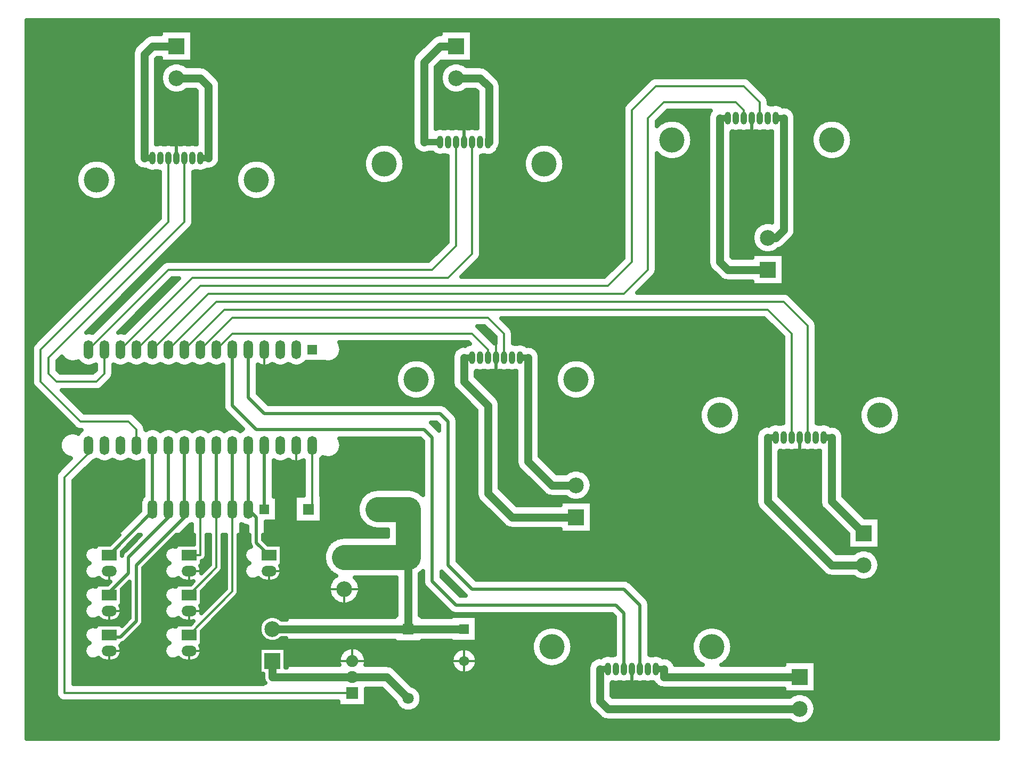
<source format=gbr>
%TF.GenerationSoftware,Novarm,DipTrace,3.2.0.1*%
%TF.CreationDate,2018-04-18T16:37:42+00:00*%
%FSLAX35Y35*%
%MOMM*%
%TF.FileFunction,Copper,L2,Bot*%
%TF.Part,Single*%
%TA.AperFunction,Conductor*%
%ADD14C,1.0*%
%ADD15C,4.0*%
%ADD16C,1.27*%
%ADD18C,0.5*%
%ADD19C,0.33*%
%TA.AperFunction,CopperBalancing*%
%ADD20C,0.635*%
%TA.AperFunction,ComponentPad*%
%ADD23R,1.5X1.5*%
%ADD24O,1.5X3.0*%
%ADD25C,1.6*%
%ADD26R,1.6X1.6*%
%ADD27R,1.8X1.8*%
%ADD28C,1.8*%
%ADD29R,2.5X2.5*%
%ADD30C,2.5*%
%ADD31R,2.4X1.7*%
%ADD32O,2.4X1.7*%
%ADD33R,1.9X1.9*%
%ADD34C,1.9*%
%ADD35O,1.0X2.0*%
%ADD70C,4.0*%
%TA.AperFunction,CopperBalancing*%
%ADD71C,0.33*%
G75*
G01*
%LPD*%
X6334000Y4175000D2*
D15*
X7350000D1*
Y4937000D1*
X6867500D1*
X5191000Y3032000D2*
D16*
X7350000D1*
Y4175000D1*
X8239000Y3032000D2*
X7350000D1*
X8747000Y7350000D2*
D18*
Y7096000D1*
X13573000Y6080000D2*
Y5826000D1*
X8239000Y10779000D2*
Y11033000D1*
X12811000Y11160000D2*
Y10906000D1*
X3667000Y10525000D2*
Y10779000D1*
X10906000Y2397000D2*
Y2143000D1*
X3667000Y11795000D2*
D16*
X4048000D1*
X4175000Y11668000D1*
Y10525000D1*
D14*
X4048000D1*
X3667000Y12303000D2*
D16*
X3286000D1*
X3159000Y12176000D1*
Y10525000D1*
D14*
X3286000D1*
X4810000Y7477000D2*
D18*
Y6715000D1*
X5064000Y6461000D1*
X7858000D1*
X7985000Y6334000D1*
Y4048000D1*
X8366000Y3667000D1*
X10779000D1*
X11033000Y3413000D1*
Y2397000D1*
X4556000Y7477000D2*
Y6588000D1*
X4937000Y6207000D1*
X7604000D1*
X7731000Y6080000D1*
Y3794000D1*
X8112000Y3413000D1*
X10652000D1*
X10779000Y3286000D1*
Y2397000D1*
X8112000Y11795000D2*
D16*
X8493000D1*
X8633170Y11654830D1*
Y10779000D1*
D14*
X8620000D1*
X8112000Y12303000D2*
D16*
X7858000D1*
X7604000Y12049000D1*
Y10779000D1*
D14*
X7858000D1*
X13065000Y9255000D2*
D16*
X13192000D1*
X13319000Y9382000D1*
Y11160000D1*
D14*
X13192000D1*
X13065000Y8747000D2*
D16*
X12430000D1*
X12303000Y8874000D1*
Y11160000D1*
D14*
X12430000D1*
X14589000Y4048000D2*
D16*
X14081000D1*
X13065000Y5064000D1*
Y6080000D1*
D14*
X13192000D1*
X14589000Y4556000D2*
D16*
X14081000Y5064000D1*
Y6080000D1*
D14*
X13954000D1*
X10017000Y5318000D2*
D16*
X9636000D1*
X9255000Y5699000D1*
Y7350000D1*
D14*
X9128000D1*
X10017000Y4810000D2*
D16*
X9001000D1*
X8620000Y5191000D1*
Y6588000D1*
X8239000Y6969000D1*
Y7350000D1*
D14*
X8366000D1*
X13573000Y1762000D2*
D16*
X10525000D1*
X10398000Y1889000D1*
Y2397000D1*
D14*
X10525000D1*
X13573000Y2270000D2*
D16*
X11414000D1*
Y2397000D1*
D14*
X11287000D1*
X4048000Y7477000D2*
D19*
X4556000Y7985000D1*
X8620000D1*
X8874000Y7731000D1*
Y7350000D1*
X3794000Y7477000D2*
X4429000Y8112000D1*
X13065000D1*
X13446000Y7731000D1*
Y6080000D1*
X3032000Y7477000D2*
X4048000Y8493000D1*
X10525000D1*
X10906000Y8874000D1*
Y11287000D1*
X11287000Y11668000D1*
X12684000D1*
X12938000Y11414000D1*
Y11160000D1*
X8366000Y10779000D2*
Y9001000D1*
X7985000Y8620000D1*
X3921000D1*
X2778000Y7477000D1*
X2524000D2*
Y7096000D1*
X2397000Y6969000D1*
X1762000D1*
X1635000Y7096000D1*
Y7350000D1*
X3794000Y9509000D1*
Y10525000D1*
X4302000Y7477000D2*
X4556000Y7731000D1*
X8366000D1*
X8620000Y7477000D1*
Y7350000D1*
X3540000Y7477000D2*
X4302000Y8239000D1*
X13319000D1*
X13700000Y7858000D1*
Y6080000D1*
X3286000Y7477000D2*
X4175000Y8366000D1*
X10779000D1*
X11160000Y8747000D1*
Y11160000D1*
X11414000Y11414000D1*
X12557000D1*
X12684000Y11287000D1*
Y11160000D1*
X2270000Y7477000D2*
X3540000Y8747000D1*
X7731000D1*
X8112000Y9128000D1*
Y10779000D1*
X3032000Y5953000D2*
Y6207000D1*
X2905000Y6334000D1*
X2143000D1*
X1508000Y6969000D1*
Y7477000D1*
X3540000Y9509000D1*
Y10525000D1*
Y4937000D2*
D18*
Y4810000D1*
X2905000Y4175000D1*
Y3921000D1*
X2555500Y3571500D1*
X2594500D1*
X3540000Y5953000D2*
Y4937000D1*
X3794000D2*
Y4810000D1*
X3032000Y4048000D1*
Y3159000D1*
X2778000Y2905000D1*
X2594500D1*
Y2936500D1*
X3794000Y4937000D2*
Y5953000D1*
X4048000Y4937000D2*
Y5953000D1*
Y4937000D2*
D19*
Y4206500D1*
X3864500D1*
X4302000Y4937000D2*
Y4009000D1*
X3864500Y3571500D1*
X4302000Y5953000D2*
D18*
Y4937000D1*
X4556000D2*
D19*
Y3628000D1*
X3864500Y2936500D1*
X4556000Y4937000D2*
D18*
Y5953000D1*
X4810000Y4937000D2*
X4937000Y4810000D1*
Y4404000D1*
X5134500Y4206500D1*
X4810000Y5953000D2*
Y4937000D1*
X5064000Y5953000D2*
Y4937000D1*
X2270000Y5953000D2*
D19*
Y5826000D1*
X1889000Y5445000D1*
Y2016000D1*
X6461000D1*
Y2270000D2*
D16*
X5191000D1*
Y2524000D1*
X6461000Y2270000D2*
X7007000D1*
X7350000Y1927000D1*
X5826000Y5953000D2*
D19*
Y4937000D1*
X5762500D1*
X3286000Y5953000D2*
D18*
Y4937000D1*
Y4898000D1*
X2594500Y4206500D1*
X1288146Y12655083D2*
D20*
X16711904D1*
X1288146Y12591917D2*
X16711904D1*
X1288146Y12528750D2*
X3411357D1*
X3922625D2*
X7856357D1*
X8367625D2*
X16711904D1*
X1288146Y12465583D2*
X3185680D1*
X3922625D2*
X7757646D1*
X8367625D2*
X16711904D1*
X1288146Y12402417D2*
X3113492D1*
X3922625D2*
X7685459D1*
X8367625D2*
X16711904D1*
X1288146Y12339250D2*
X3050328D1*
X3922625D2*
X7622295D1*
X8367625D2*
X16711904D1*
X1288146Y12276083D2*
X2993727D1*
X3922625D2*
X7559130D1*
X8367625D2*
X16711904D1*
X1288146Y12212917D2*
X2968479D1*
X3922625D2*
X7495966D1*
X8367625D2*
X16711904D1*
X1288146Y12149750D2*
X2964834D1*
X3922625D2*
X7439183D1*
X8367625D2*
X16711904D1*
X1288146Y12086583D2*
X2964834D1*
X3353146D2*
X3411357D1*
X3922625D2*
X7413662D1*
X8367625D2*
X16711904D1*
X1288146Y12023417D2*
X2964834D1*
X3353146D2*
X3560836D1*
X3773237D2*
X7409834D1*
X7850372D2*
X8005836D1*
X8218237D2*
X16711904D1*
X1288146Y11960250D2*
X2964834D1*
X3353146D2*
X3473974D1*
X4143562D2*
X7409834D1*
X7798146D2*
X7918974D1*
X8588562D2*
X16711904D1*
X1288146Y11897083D2*
X2964834D1*
X3353146D2*
X3433232D1*
X4217846D2*
X7409834D1*
X7798146D2*
X7878232D1*
X8662846D2*
X16711904D1*
X1288146Y11833917D2*
X2964834D1*
X3353146D2*
X3414456D1*
X4281010D2*
X7409834D1*
X7798146D2*
X7859456D1*
X8726010D2*
X16711904D1*
X1288146Y11770750D2*
X2964834D1*
X3353146D2*
X3412542D1*
X4338523D2*
X7409834D1*
X7798146D2*
X7857542D1*
X8787260D2*
X11184365D1*
X12786557D2*
X16711904D1*
X1288146Y11707583D2*
X2964834D1*
X3353146D2*
X3427216D1*
X4364955D2*
X7409834D1*
X7798146D2*
X7872216D1*
X8819708D2*
X11121110D1*
X12849903D2*
X16711904D1*
X1288146Y11644417D2*
X2964834D1*
X3353146D2*
X3461943D1*
X4369148D2*
X7409834D1*
X7798146D2*
X7906943D1*
X8827273D2*
X11057946D1*
X12913067D2*
X16711904D1*
X1288146Y11581250D2*
X2964834D1*
X3353146D2*
X3532399D1*
X3801674D2*
X3980836D1*
X4369148D2*
X7409834D1*
X7798146D2*
X7977399D1*
X8246674D2*
X8434860D1*
X8827273D2*
X10994782D1*
X12976232D2*
X16711904D1*
X1288146Y11518083D2*
X2964834D1*
X3353146D2*
X3980836D1*
X4369148D2*
X7409834D1*
X7798146D2*
X8439052D1*
X8827273D2*
X10931617D1*
X13039396D2*
X16711904D1*
X1288146Y11454917D2*
X2964834D1*
X3353146D2*
X3980836D1*
X4369148D2*
X7409834D1*
X7798146D2*
X8439052D1*
X8827273D2*
X10868453D1*
X13079044D2*
X16711904D1*
X1288146Y11391750D2*
X2964834D1*
X3353146D2*
X3980836D1*
X4369148D2*
X7409834D1*
X7798146D2*
X8439052D1*
X8827273D2*
X10805289D1*
X13085151D2*
X16711904D1*
X1288146Y11328583D2*
X2964834D1*
X3353146D2*
X3980836D1*
X4369148D2*
X7409834D1*
X7798146D2*
X8439052D1*
X8827273D2*
X10765185D1*
X13408080D2*
X16711904D1*
X1288146Y11265417D2*
X2964834D1*
X3353146D2*
X3980836D1*
X4369148D2*
X7409834D1*
X7798146D2*
X8439052D1*
X8827273D2*
X10758896D1*
X11470867D2*
X12141214D1*
X13480724D2*
X16711904D1*
X1288146Y11202250D2*
X2964834D1*
X3353146D2*
X3980836D1*
X4369148D2*
X7409834D1*
X7798146D2*
X8439052D1*
X8827273D2*
X10758896D1*
X11407703D2*
X12113688D1*
X13508341D2*
X16711904D1*
X1288146Y11139083D2*
X2964834D1*
X3353146D2*
X3980836D1*
X4369148D2*
X7409834D1*
X7798146D2*
X8439052D1*
X8827273D2*
X10758896D1*
X11344539D2*
X12108857D1*
X13513172D2*
X16711904D1*
X1288146Y11075917D2*
X2964834D1*
X3353146D2*
X3980836D1*
X4369148D2*
X7409834D1*
X7798146D2*
X8439052D1*
X8827273D2*
X10758896D1*
X11307169D2*
X11347607D1*
X11734370D2*
X12108857D1*
X13513172D2*
X13887568D1*
X14274422D2*
X16711904D1*
X1288146Y11012750D2*
X2964834D1*
X3353146D2*
X3980836D1*
X4369148D2*
X7409834D1*
X7798146D2*
X8439052D1*
X8827273D2*
X10758896D1*
X11801271D2*
X12108857D1*
X13513172D2*
X13820758D1*
X14341232D2*
X16711904D1*
X1288146Y10949583D2*
X2964834D1*
X3353146D2*
X3980836D1*
X4369148D2*
X7409834D1*
X8827273D2*
X10758896D1*
X11840554D2*
X12108857D1*
X13513172D2*
X13781474D1*
X14380515D2*
X16711904D1*
X1288146Y10886417D2*
X2964834D1*
X3353146D2*
X3980836D1*
X4369148D2*
X7409834D1*
X8827273D2*
X10758896D1*
X11862794D2*
X12108857D1*
X12497169D2*
X13124860D1*
X13513172D2*
X13759235D1*
X14402755D2*
X16711904D1*
X1288146Y10823250D2*
X2964834D1*
X3353146D2*
X3980836D1*
X4369148D2*
X7409834D1*
X8827273D2*
X10758896D1*
X11871453D2*
X12108857D1*
X12497169D2*
X13124860D1*
X13513172D2*
X13750576D1*
X14411414D2*
X16711904D1*
X1288146Y10760083D2*
X2964834D1*
X3353146D2*
X3980836D1*
X4369148D2*
X7410836D1*
X8826362D2*
X10758896D1*
X11867625D2*
X12108857D1*
X12497169D2*
X13124860D1*
X13513172D2*
X13754404D1*
X14407586D2*
X16711904D1*
X1288146Y10696917D2*
X2964834D1*
X4369148D2*
X6778466D1*
X7159487D2*
X7428792D1*
X8808406D2*
X9318518D1*
X9699539D2*
X10758896D1*
X11850945D2*
X12108857D1*
X12497169D2*
X13124860D1*
X13513172D2*
X13771084D1*
X14390906D2*
X16711904D1*
X1288146Y10633750D2*
X2964834D1*
X4369148D2*
X6710380D1*
X7227664D2*
X7478649D1*
X8772312D2*
X9250341D1*
X9767625D2*
X10758896D1*
X11818953D2*
X12108857D1*
X12497169D2*
X13124860D1*
X13513172D2*
X13803076D1*
X14358914D2*
X16711904D1*
X1288146Y10570583D2*
X2964834D1*
X4369148D2*
X6670459D1*
X7267586D2*
X7778974D1*
X8699031D2*
X9210420D1*
X9807547D2*
X10758896D1*
X11764995D2*
X12108857D1*
X12497169D2*
X13124860D1*
X13513172D2*
X13857034D1*
X14304955D2*
X16711904D1*
X1288146Y10507417D2*
X2965654D1*
X4368328D2*
X6647763D1*
X7290281D2*
X7964821D1*
X8513185D2*
X9187724D1*
X9830242D2*
X10758896D1*
X11307169D2*
X11420615D1*
X11661362D2*
X12108857D1*
X12497169D2*
X13124860D1*
X13513172D2*
X13960667D1*
X14201414D2*
X16711904D1*
X1288146Y10444250D2*
X2208414D1*
X2585607D2*
X2983063D1*
X4350919D2*
X4748466D1*
X5125567D2*
X6638649D1*
X7299304D2*
X7964821D1*
X8513185D2*
X9178701D1*
X9839357D2*
X10758896D1*
X11307169D2*
X12108857D1*
X12497169D2*
X13124860D1*
X13513172D2*
X16711904D1*
X1288146Y10381083D2*
X2139417D1*
X2654513D2*
X3032008D1*
X4301974D2*
X4679469D1*
X5194565D2*
X6642112D1*
X7295932D2*
X7964821D1*
X8513185D2*
X9182073D1*
X9835893D2*
X10758896D1*
X11307169D2*
X12108857D1*
X12497169D2*
X13124860D1*
X13513172D2*
X16711904D1*
X1288146Y10317917D2*
X2099039D1*
X2694982D2*
X3204183D1*
X4129890D2*
X4639091D1*
X5234942D2*
X6658336D1*
X7279617D2*
X7964821D1*
X8513185D2*
X9198388D1*
X9819669D2*
X10758896D1*
X11307169D2*
X12108857D1*
X12497169D2*
X13124860D1*
X13513172D2*
X16711904D1*
X1288146Y10254750D2*
X2076071D1*
X2717950D2*
X3392854D1*
X3941127D2*
X4616032D1*
X5257911D2*
X6689782D1*
X7248172D2*
X7964821D1*
X8513185D2*
X9229834D1*
X9788224D2*
X10758896D1*
X11307169D2*
X12108857D1*
X12497169D2*
X13124860D1*
X13513172D2*
X16711904D1*
X1288146Y10191583D2*
X2066774D1*
X2727247D2*
X3392854D1*
X3941127D2*
X4606735D1*
X5267299D2*
X6742828D1*
X7195216D2*
X7964821D1*
X8513185D2*
X9282789D1*
X9735177D2*
X10758896D1*
X11307169D2*
X12108857D1*
X12497169D2*
X13124860D1*
X13513172D2*
X16711904D1*
X1288146Y10128417D2*
X2069873D1*
X2724148D2*
X3392854D1*
X3941127D2*
X4609834D1*
X5264109D2*
X6843453D1*
X7094591D2*
X7964821D1*
X8513185D2*
X9383414D1*
X9634552D2*
X10758896D1*
X11307169D2*
X12108857D1*
X12497169D2*
X13124860D1*
X13513172D2*
X16711904D1*
X1288146Y10065250D2*
X2085823D1*
X2708107D2*
X3392854D1*
X3941127D2*
X4625875D1*
X5248159D2*
X7964821D1*
X8513185D2*
X10758896D1*
X11307169D2*
X12108857D1*
X12497169D2*
X13124860D1*
X13513172D2*
X16711904D1*
X1288146Y10002083D2*
X2116904D1*
X2677026D2*
X3392854D1*
X3941127D2*
X4656956D1*
X5217078D2*
X7964821D1*
X8513185D2*
X10758896D1*
X11307169D2*
X12108857D1*
X12497169D2*
X13124860D1*
X13513172D2*
X16711904D1*
X1288146Y9938917D2*
X2169404D1*
X2624617D2*
X3392854D1*
X3941127D2*
X4709365D1*
X5164578D2*
X7964821D1*
X8513185D2*
X10758896D1*
X11307169D2*
X12108857D1*
X12497169D2*
X13124860D1*
X13513172D2*
X16711904D1*
X1288146Y9875750D2*
X2268115D1*
X2525906D2*
X3392854D1*
X3941127D2*
X4808076D1*
X5065867D2*
X7964821D1*
X8513185D2*
X10758896D1*
X11307169D2*
X12108857D1*
X12497169D2*
X13124860D1*
X13513172D2*
X16711904D1*
X1288146Y9812583D2*
X3392854D1*
X3941127D2*
X7964821D1*
X8513185D2*
X10758896D1*
X11307169D2*
X12108857D1*
X12497169D2*
X13124860D1*
X13513172D2*
X16711904D1*
X1288146Y9749417D2*
X3392854D1*
X3941127D2*
X7964821D1*
X8513185D2*
X10758896D1*
X11307169D2*
X12108857D1*
X12497169D2*
X13124860D1*
X13513172D2*
X16711904D1*
X1288146Y9686250D2*
X3392854D1*
X3941127D2*
X7964821D1*
X8513185D2*
X10758896D1*
X11307169D2*
X12108857D1*
X12497169D2*
X13124860D1*
X13513172D2*
X16711904D1*
X1288146Y9623083D2*
X3392854D1*
X3941127D2*
X7964821D1*
X8513185D2*
X10758896D1*
X11307169D2*
X12108857D1*
X12497169D2*
X13124860D1*
X13513172D2*
X16711904D1*
X1288146Y9559917D2*
X3385472D1*
X3941127D2*
X7964821D1*
X8513185D2*
X10758896D1*
X11307169D2*
X12108857D1*
X12497169D2*
X13124860D1*
X13513172D2*
X16711904D1*
X1288146Y9496750D2*
X3322308D1*
X3940580D2*
X7964821D1*
X8513185D2*
X10758896D1*
X11307169D2*
X12108857D1*
X12497169D2*
X12997802D1*
X13513172D2*
X16711904D1*
X1288146Y9433583D2*
X3259143D1*
X3919252D2*
X7964821D1*
X8513185D2*
X10758896D1*
X11307169D2*
X12108857D1*
X12497169D2*
X12884690D1*
X13513172D2*
X16711904D1*
X1288146Y9370417D2*
X3195979D1*
X3860919D2*
X7964821D1*
X8513185D2*
X10758896D1*
X11307169D2*
X12108857D1*
X12497169D2*
X12837659D1*
X13512807D2*
X16711904D1*
X1288146Y9307250D2*
X3132815D1*
X3797664D2*
X7964821D1*
X8513185D2*
X10758896D1*
X11307169D2*
X12108857D1*
X12497169D2*
X12814873D1*
X13497586D2*
X16711904D1*
X1288146Y9244083D2*
X3069651D1*
X3734500D2*
X7964821D1*
X8513185D2*
X10758896D1*
X11307169D2*
X12108857D1*
X12497169D2*
X12809586D1*
X13453015D2*
X16711904D1*
X1288146Y9180917D2*
X3006487D1*
X3671336D2*
X7959443D1*
X8513185D2*
X10758896D1*
X11307169D2*
X12108857D1*
X12497169D2*
X12820615D1*
X13389851D2*
X16711904D1*
X1288146Y9117750D2*
X2943323D1*
X3608172D2*
X7896279D1*
X8513185D2*
X10758896D1*
X11307169D2*
X12108857D1*
X12497169D2*
X12850511D1*
X13326505D2*
X16711904D1*
X1288146Y9054583D2*
X2880159D1*
X3545008D2*
X7833115D1*
X8513185D2*
X10758896D1*
X11307169D2*
X12108857D1*
X12497169D2*
X12910393D1*
X13219591D2*
X16711904D1*
X1288146Y8991417D2*
X2816995D1*
X3481843D2*
X7769951D1*
X8512820D2*
X10758896D1*
X11307169D2*
X12108857D1*
X12497169D2*
X12809404D1*
X13320672D2*
X16711904D1*
X1288146Y8928250D2*
X2753831D1*
X3418679D2*
X7706787D1*
X8492859D2*
X10754795D1*
X11307169D2*
X12108857D1*
X13320672D2*
X16711904D1*
X1288146Y8865083D2*
X2690667D1*
X3355515D2*
X3457021D1*
X8435528D2*
X10691630D1*
X11307169D2*
X12109039D1*
X13320672D2*
X16711904D1*
X1288146Y8801917D2*
X2627503D1*
X3292351D2*
X3389482D1*
X8372364D2*
X10628466D1*
X11307169D2*
X12123258D1*
X13320672D2*
X16711904D1*
X1288146Y8738750D2*
X2564248D1*
X3229187D2*
X3326318D1*
X8309200D2*
X10565302D1*
X11306896D2*
X12166370D1*
X13320672D2*
X16711904D1*
X1288146Y8675583D2*
X2501084D1*
X3166023D2*
X3263154D1*
X8246036D2*
X10502138D1*
X11287664D2*
X12229534D1*
X13320672D2*
X16711904D1*
X1288146Y8612417D2*
X2437920D1*
X3102859D2*
X3199990D1*
X11230880D2*
X12292698D1*
X13320672D2*
X16711904D1*
X1288146Y8549250D2*
X2374755D1*
X3039695D2*
X3136826D1*
X3547742D2*
X3644782D1*
X11167716D2*
X12809404D1*
X13320672D2*
X16711904D1*
X1288146Y8486083D2*
X2311591D1*
X2976531D2*
X3073662D1*
X3484578D2*
X3581617D1*
X11104552D2*
X16711904D1*
X1288146Y8422917D2*
X2248427D1*
X2913367D2*
X3010498D1*
X3421414D2*
X3518453D1*
X11041388D2*
X16711904D1*
X1288146Y8359750D2*
X2185263D1*
X2850203D2*
X2947334D1*
X3358250D2*
X3455289D1*
X13397781D2*
X16711904D1*
X1288146Y8296583D2*
X2122099D1*
X2787039D2*
X2884170D1*
X3295086D2*
X3392125D1*
X13466870D2*
X16711904D1*
X1288146Y8233417D2*
X2058935D1*
X2723875D2*
X2820914D1*
X3231830D2*
X3328961D1*
X13530034D2*
X16711904D1*
X1288146Y8170250D2*
X1995771D1*
X2660711D2*
X2757750D1*
X3168666D2*
X3265797D1*
X13593198D2*
X16711904D1*
X1288146Y8107083D2*
X1932607D1*
X2597547D2*
X2694586D1*
X3105502D2*
X3202633D1*
X13656362D2*
X16711904D1*
X1288146Y8043917D2*
X1869443D1*
X2534383D2*
X2631422D1*
X3042338D2*
X3139469D1*
X13719526D2*
X16711904D1*
X1288146Y7980750D2*
X1806279D1*
X2471218D2*
X2568258D1*
X2979174D2*
X3076305D1*
X13782690D2*
X16711904D1*
X1288146Y7917583D2*
X1743115D1*
X2408054D2*
X2505094D1*
X2916010D2*
X3013141D1*
X8892898D2*
X13053948D1*
X13833914D2*
X16711904D1*
X1288146Y7854417D2*
X1679951D1*
X2344890D2*
X2441930D1*
X2852846D2*
X2949977D1*
X8956062D2*
X13117112D1*
X13847130D2*
X16711904D1*
X1288146Y7791250D2*
X1616787D1*
X2281726D2*
X2378766D1*
X2789682D2*
X2886813D1*
X8511179D2*
X8608310D1*
X9007560D2*
X13180276D1*
X13847130D2*
X16711904D1*
X1288146Y7728083D2*
X1553623D1*
X8574343D2*
X8671474D1*
X9021140D2*
X13243440D1*
X13847130D2*
X16711904D1*
X1288146Y7664917D2*
X1490459D1*
X8637508D2*
X8726891D1*
X9021140D2*
X13298857D1*
X13847130D2*
X16711904D1*
X1288146Y7601750D2*
X1427295D1*
X8700672D2*
X8726891D1*
X9021140D2*
X13298857D1*
X13847130D2*
X16711904D1*
X1288146Y7538583D2*
X1375068D1*
X6283849D2*
X8253935D1*
X9240073D2*
X13298857D1*
X13847130D2*
X16711904D1*
X1288146Y7475417D2*
X1360849D1*
X6293146D2*
X8092880D1*
X9401127D2*
X13298857D1*
X13847130D2*
X16711904D1*
X1288146Y7412250D2*
X1360849D1*
X6282755D2*
X8055511D1*
X9438497D2*
X13298857D1*
X13847130D2*
X16711904D1*
X1288146Y7349083D2*
X1360849D1*
X6248849D2*
X8044847D1*
X9449161D2*
X13298857D1*
X13847130D2*
X16711904D1*
X1288146Y7285917D2*
X1360849D1*
X1782156D2*
X1930511D1*
X6165541D2*
X7315771D1*
X7638185D2*
X8044847D1*
X9449161D2*
X9855732D1*
X10178237D2*
X13298857D1*
X13847130D2*
X16711904D1*
X1288146Y7222750D2*
X1360849D1*
X1782156D2*
X2176513D1*
X2871440D2*
X2938584D1*
X3125463D2*
X3192516D1*
X3379487D2*
X3446539D1*
X3633419D2*
X3700563D1*
X3887442D2*
X3954586D1*
X4141466D2*
X4208518D1*
X5157468D2*
X5224521D1*
X5411492D2*
X5478545D1*
X5665424D2*
X7234013D1*
X7719942D2*
X8044847D1*
X9449161D2*
X9774065D1*
X10259995D2*
X13298857D1*
X13847130D2*
X16711904D1*
X1288146Y7159583D2*
X1360849D1*
X1782156D2*
X2376852D1*
X2671101D2*
X4400380D1*
X4965607D2*
X7187802D1*
X7766245D2*
X8044847D1*
X9449161D2*
X9727763D1*
X10306205D2*
X13298857D1*
X13847130D2*
X16711904D1*
X1288146Y7096417D2*
X1360849D1*
X2671101D2*
X4400380D1*
X4965607D2*
X7160732D1*
X7793315D2*
X8044847D1*
X8433159D2*
X9060849D1*
X9449161D2*
X9700693D1*
X10333276D2*
X13298857D1*
X13847130D2*
X16711904D1*
X1288146Y7033250D2*
X1360849D1*
X2656427D2*
X4400380D1*
X4965607D2*
X7147972D1*
X7806075D2*
X8044847D1*
X8446648D2*
X9060849D1*
X9449161D2*
X9687933D1*
X10346036D2*
X13298857D1*
X13847130D2*
X16711904D1*
X1288146Y6970083D2*
X1360849D1*
X2603562D2*
X4400380D1*
X4965607D2*
X7147880D1*
X7806166D2*
X8044847D1*
X8509812D2*
X9060849D1*
X9449161D2*
X9687841D1*
X10346127D2*
X13298857D1*
X13847130D2*
X16711904D1*
X1288146Y6906917D2*
X1375250D1*
X2540398D2*
X4400380D1*
X4965607D2*
X7160276D1*
X7793679D2*
X8055420D1*
X8572976D2*
X9060849D1*
X9449161D2*
X9700328D1*
X10333732D2*
X13298857D1*
X13847130D2*
X16711904D1*
X1288146Y6843750D2*
X1427750D1*
X2467664D2*
X4400380D1*
X4965607D2*
X7187073D1*
X7766974D2*
X8092698D1*
X8636140D2*
X9060849D1*
X9449161D2*
X9727034D1*
X10306935D2*
X13298857D1*
X13847130D2*
X16711904D1*
X1288146Y6780583D2*
X1490914D1*
X1901830D2*
X4400380D1*
X4965607D2*
X7232828D1*
X7721218D2*
X8155498D1*
X8699304D2*
X9060849D1*
X9449161D2*
X9772789D1*
X10261179D2*
X13298857D1*
X13847130D2*
X16711904D1*
X1288146Y6717417D2*
X1554170D1*
X1965086D2*
X4400380D1*
X5025034D2*
X7313310D1*
X7640646D2*
X8218662D1*
X8762468D2*
X9060849D1*
X9449161D2*
X9853362D1*
X10180698D2*
X12148414D1*
X12457612D2*
X13298857D1*
X13847130D2*
X14688375D1*
X14997573D2*
X16711904D1*
X1288146Y6654250D2*
X1617334D1*
X2028250D2*
X4400380D1*
X5088198D2*
X8281826D1*
X8802026D2*
X9060849D1*
X9449161D2*
X12063375D1*
X12542651D2*
X13298857D1*
X13847130D2*
X14603336D1*
X15082612D2*
X16711904D1*
X1288146Y6591083D2*
X1680498D1*
X2091414D2*
X4400380D1*
X7937599D2*
X8344990D1*
X8814148D2*
X9060849D1*
X9449161D2*
X12015797D1*
X12590229D2*
X13298857D1*
X13847130D2*
X14555758D1*
X15130190D2*
X16711904D1*
X1288146Y6527917D2*
X1743662D1*
X2154578D2*
X4412959D1*
X8008601D2*
X8408154D1*
X8814148D2*
X9060849D1*
X9449161D2*
X11987815D1*
X12618211D2*
X13298857D1*
X13847130D2*
X14527776D1*
X15158172D2*
X16711904D1*
X1288146Y6464750D2*
X1806826D1*
X2963588D2*
X4461813D1*
X8071765D2*
X8425836D1*
X8814148D2*
X9060849D1*
X9449161D2*
X11974326D1*
X12631700D2*
X13298857D1*
X13847130D2*
X14514378D1*
X15171661D2*
X16711904D1*
X1288146Y6401583D2*
X1869990D1*
X3042885D2*
X4524977D1*
X8124448D2*
X8425836D1*
X8814148D2*
X9060849D1*
X9449161D2*
X11973505D1*
X12632521D2*
X13298857D1*
X13847130D2*
X14513558D1*
X15172482D2*
X16711904D1*
X1288146Y6338417D2*
X1933154D1*
X3106049D2*
X4588141D1*
X8140580D2*
X8425836D1*
X8814148D2*
X9060849D1*
X9449161D2*
X11985263D1*
X12620763D2*
X13298857D1*
X13847130D2*
X14525224D1*
X15160724D2*
X16711904D1*
X1288146Y6275250D2*
X1996318D1*
X3161466D2*
X4651305D1*
X7753211D2*
X7826279D1*
X8140672D2*
X8425836D1*
X8814148D2*
X9060849D1*
X9449161D2*
X12011149D1*
X12594877D2*
X13089313D1*
X14056674D2*
X14551110D1*
X15134838D2*
X16711904D1*
X1288146Y6212083D2*
X2066227D1*
X3179057D2*
X3203228D1*
X3368732D2*
X3457295D1*
X3622664D2*
X3711318D1*
X3876687D2*
X3965341D1*
X4130711D2*
X4219274D1*
X4384734D2*
X4473297D1*
X4638666D2*
X4714469D1*
X8140672D2*
X8425836D1*
X8814148D2*
X9060849D1*
X9449161D2*
X12055628D1*
X12550398D2*
X12925159D1*
X14220828D2*
X14595589D1*
X15090450D2*
X16711904D1*
X1288146Y6148917D2*
X1943362D1*
X8140672D2*
X8425836D1*
X8814148D2*
X9060849D1*
X9449161D2*
X12133193D1*
X12472833D2*
X12883961D1*
X14262026D2*
X14673154D1*
X15012794D2*
X16711904D1*
X1288146Y6085750D2*
X1851032D1*
X8140672D2*
X8425836D1*
X8814148D2*
X9060849D1*
X9449161D2*
X12870927D1*
X14275060D2*
X16711904D1*
X1288146Y6022583D2*
X1814847D1*
X6281114D2*
X7570979D1*
X8140672D2*
X8425836D1*
X8814148D2*
X9060849D1*
X9449161D2*
X12870836D1*
X14275151D2*
X16711904D1*
X1288146Y5959417D2*
X1802907D1*
X6293054D2*
X7575354D1*
X8140672D2*
X8425836D1*
X8814148D2*
X9060849D1*
X9449161D2*
X12870836D1*
X14275151D2*
X16711904D1*
X1288146Y5896250D2*
X1810745D1*
X6285216D2*
X7575354D1*
X8140672D2*
X8425836D1*
X8814148D2*
X9060849D1*
X9449161D2*
X12870836D1*
X14275151D2*
X16711904D1*
X1288146Y5833083D2*
X1841097D1*
X6254864D2*
X7575354D1*
X8140672D2*
X8425836D1*
X8814148D2*
X9060849D1*
X9449161D2*
X12870836D1*
X13259148D2*
X13886839D1*
X14275151D2*
X16711904D1*
X1288146Y5769917D2*
X1913375D1*
X6182586D2*
X7575354D1*
X8140672D2*
X8425836D1*
X8814148D2*
X9060849D1*
X9455997D2*
X12870836D1*
X13259148D2*
X13886839D1*
X14275151D2*
X16711904D1*
X1288146Y5706750D2*
X1945276D1*
X2378250D2*
X2415680D1*
X2632273D2*
X2669703D1*
X2886297D2*
X2923727D1*
X5426258D2*
X5463688D1*
X5973133D2*
X7575354D1*
X8140672D2*
X8425836D1*
X8814148D2*
X9060849D1*
X9519161D2*
X12870836D1*
X13259148D2*
X13886839D1*
X14275151D2*
X16711904D1*
X1288146Y5643583D2*
X1882112D1*
X2293028D2*
X3130354D1*
X5219630D2*
X5678883D1*
X5973133D2*
X7575354D1*
X8140672D2*
X8425836D1*
X8814148D2*
X9069235D1*
X9582325D2*
X12870836D1*
X13259148D2*
X13886839D1*
X14275151D2*
X16711904D1*
X1288146Y5580417D2*
X1818948D1*
X2229864D2*
X3130354D1*
X5219630D2*
X5678883D1*
X5973133D2*
X7575354D1*
X8140672D2*
X8425836D1*
X8814148D2*
X9103050D1*
X9645489D2*
X12870836D1*
X13259148D2*
X13886839D1*
X14275151D2*
X16711904D1*
X1288146Y5517250D2*
X1761800D1*
X2166700D2*
X3130354D1*
X5219630D2*
X5678883D1*
X5973133D2*
X7575354D1*
X8140672D2*
X8425836D1*
X8814148D2*
X9164847D1*
X9708653D2*
X9860836D1*
X10173133D2*
X12870836D1*
X13259148D2*
X13886839D1*
X14275151D2*
X16711904D1*
X1288146Y5454083D2*
X1742112D1*
X2103536D2*
X3130354D1*
X5219630D2*
X5678883D1*
X5973133D2*
X7575354D1*
X8140672D2*
X8425836D1*
X8814148D2*
X9228011D1*
X10232195D2*
X12870836D1*
X13259148D2*
X13886839D1*
X14275151D2*
X16711904D1*
X1288146Y5390917D2*
X1741839D1*
X2040372D2*
X3130354D1*
X5219630D2*
X5678883D1*
X5973133D2*
X7575354D1*
X8140672D2*
X8425836D1*
X8814148D2*
X9291175D1*
X10261726D2*
X12870836D1*
X13259148D2*
X13886839D1*
X14275151D2*
X16711904D1*
X1288146Y5327750D2*
X1741839D1*
X2036179D2*
X3130354D1*
X5219630D2*
X5678883D1*
X5973133D2*
X7575354D1*
X8140672D2*
X8425836D1*
X8814148D2*
X9354339D1*
X10272482D2*
X12870836D1*
X13259148D2*
X13886839D1*
X14275151D2*
X16711904D1*
X1288146Y5264583D2*
X1741839D1*
X2036179D2*
X3130354D1*
X5219630D2*
X5678883D1*
X5973133D2*
X7575354D1*
X8140672D2*
X8425836D1*
X8818341D2*
X9417503D1*
X10266830D2*
X12870836D1*
X13259148D2*
X13886839D1*
X14275151D2*
X16711904D1*
X1288146Y5201417D2*
X1741839D1*
X2036179D2*
X3130354D1*
X5219630D2*
X5678883D1*
X5973133D2*
X6673375D1*
X7544122D2*
X7575314D1*
X8140672D2*
X8425836D1*
X8881505D2*
X9480667D1*
X10243679D2*
X12870836D1*
X13259148D2*
X13886839D1*
X14275151D2*
X16711904D1*
X1288146Y5138250D2*
X1741839D1*
X2036179D2*
X3125433D1*
X5219630D2*
X5541891D1*
X5983159D2*
X6606839D1*
X8140672D2*
X8433401D1*
X8944669D2*
X9575276D1*
X10196101D2*
X12870836D1*
X13262703D2*
X13886839D1*
X14278705D2*
X16711904D1*
X1288146Y5075083D2*
X1741839D1*
X2036179D2*
X3090615D1*
X5269669D2*
X5541891D1*
X5983159D2*
X6567737D1*
X8140672D2*
X8465940D1*
X9007833D2*
X9954625D1*
X10079343D2*
X12870836D1*
X13325867D2*
X13886839D1*
X14341870D2*
X16711904D1*
X1288146Y5011917D2*
X1741839D1*
X2036179D2*
X3080315D1*
X5269669D2*
X5541891D1*
X5983159D2*
X6545589D1*
X8140672D2*
X8527190D1*
X9070997D2*
X9761396D1*
X10272664D2*
X12878219D1*
X13389031D2*
X13894222D1*
X14405034D2*
X16711904D1*
X1288146Y4948750D2*
X1741839D1*
X2036179D2*
X3080315D1*
X5269669D2*
X5541891D1*
X5983159D2*
X6537112D1*
X8140672D2*
X8590354D1*
X10272664D2*
X12910393D1*
X13452195D2*
X13926396D1*
X14468198D2*
X16711904D1*
X1288146Y4885583D2*
X1741839D1*
X2036179D2*
X3056071D1*
X5269669D2*
X5541891D1*
X5983159D2*
X6540940D1*
X8140672D2*
X8653518D1*
X10272664D2*
X12971461D1*
X13515359D2*
X13987464D1*
X14531362D2*
X16711904D1*
X1288146Y4822417D2*
X1741839D1*
X2036179D2*
X2992907D1*
X5269669D2*
X5541891D1*
X5983159D2*
X6557802D1*
X8140672D2*
X8716683D1*
X10272664D2*
X13034625D1*
X13578523D2*
X14050628D1*
X14594526D2*
X16711904D1*
X1288146Y4759250D2*
X1741839D1*
X2036179D2*
X2929742D1*
X5269669D2*
X5541891D1*
X5983159D2*
X6589886D1*
X8140672D2*
X8779847D1*
X10272664D2*
X13097789D1*
X13641687D2*
X14113792D1*
X14844630D2*
X16711904D1*
X1288146Y4696083D2*
X1741839D1*
X2036179D2*
X2866578D1*
X5092664D2*
X6644026D1*
X8140672D2*
X8843011D1*
X10272664D2*
X13160953D1*
X13704851D2*
X14176956D1*
X14844630D2*
X16711904D1*
X1288146Y4632917D2*
X1741839D1*
X2036179D2*
X2803414D1*
X3834396D2*
X3900901D1*
X4703107D2*
X4781370D1*
X5092664D2*
X6748479D1*
X8140672D2*
X8932151D1*
X10272664D2*
X13224117D1*
X13768015D2*
X14240120D1*
X14844630D2*
X16711904D1*
X1288146Y4569750D2*
X1741839D1*
X2036179D2*
X2740250D1*
X3771232D2*
X3900901D1*
X4703107D2*
X4781370D1*
X5092664D2*
X7019365D1*
X8140672D2*
X9761396D1*
X10272664D2*
X13287282D1*
X13831179D2*
X14303284D1*
X14844630D2*
X16711904D1*
X1288146Y4506583D2*
X1741839D1*
X2036179D2*
X2677086D1*
X3708067D2*
X3900901D1*
X4703107D2*
X4781370D1*
X5092664D2*
X7019365D1*
X8140672D2*
X13350537D1*
X13894343D2*
X14333362D1*
X14844630D2*
X16711904D1*
X1288146Y4443417D2*
X1741839D1*
X2036179D2*
X2613922D1*
X3644903D2*
X3900901D1*
X4703107D2*
X4781370D1*
X5115086D2*
X6145641D1*
X8140672D2*
X13413701D1*
X13957508D2*
X14333362D1*
X14844630D2*
X16711904D1*
X1288146Y4380250D2*
X1741839D1*
X2036179D2*
X2289899D1*
X4703107D2*
X4783284D1*
X5385151D2*
X6076552D1*
X8140672D2*
X13476865D1*
X14020672D2*
X14333362D1*
X14844630D2*
X16711904D1*
X1288146Y4317083D2*
X1741839D1*
X2036179D2*
X2193011D1*
X4703107D2*
X4733063D1*
X5385151D2*
X6036175D1*
X8140672D2*
X13540029D1*
X14083836D2*
X14333362D1*
X14844630D2*
X16711904D1*
X1288146Y4253917D2*
X1741839D1*
X2036179D2*
X2161201D1*
X5385151D2*
X6013115D1*
X8140672D2*
X13603193D1*
X14147000D2*
X14442099D1*
X14735893D2*
X16711904D1*
X1288146Y4190750D2*
X1741839D1*
X2036179D2*
X2155550D1*
X3392247D2*
X3425576D1*
X5385151D2*
X6003727D1*
X8140672D2*
X13666357D1*
X14799695D2*
X16711904D1*
X1288146Y4127583D2*
X1741839D1*
X2036179D2*
X2173141D1*
X3329083D2*
X3443167D1*
X5385151D2*
X6006826D1*
X8140672D2*
X13729521D1*
X14831596D2*
X16711904D1*
X1288146Y4064417D2*
X1741839D1*
X2036179D2*
X2194104D1*
X3265919D2*
X3464039D1*
X4115125D2*
X4151917D1*
X4703107D2*
X4734065D1*
X5385151D2*
X6022776D1*
X8186062D2*
X13792685D1*
X14844083D2*
X16711904D1*
X1288146Y4001250D2*
X1741839D1*
X2036179D2*
X2161657D1*
X3202755D2*
X3431591D1*
X5385151D2*
X6053857D1*
X8249226D2*
X13855849D1*
X14840255D2*
X16711904D1*
X1288146Y3938083D2*
X1741839D1*
X2036179D2*
X2155459D1*
X3187625D2*
X3425485D1*
X5384604D2*
X6078375D1*
X8312390D2*
X13919013D1*
X14819109D2*
X16711904D1*
X1288146Y3874917D2*
X1741839D1*
X2036179D2*
X2172503D1*
X3187625D2*
X3442529D1*
X4373341D2*
X4408857D1*
X5370203D2*
X6190120D1*
X7544122D2*
X7575314D1*
X7886648D2*
X7940576D1*
X8375554D2*
X14001774D1*
X14774721D2*
X16711904D1*
X1288146Y3811750D2*
X1741839D1*
X2036179D2*
X2223089D1*
X3187625D2*
X3493115D1*
X4310177D2*
X4408857D1*
X4703107D2*
X4763050D1*
X5330737D2*
X6124677D1*
X6543341D2*
X7155901D1*
X7544122D2*
X7575314D1*
X7930763D2*
X8003740D1*
X10821909D2*
X14503076D1*
X14674916D2*
X16711904D1*
X1288146Y3748583D2*
X1741839D1*
X2036179D2*
X2306123D1*
X3187625D2*
X3576149D1*
X4247013D2*
X4408857D1*
X4703107D2*
X5046058D1*
X5223002D2*
X6092047D1*
X6575880D2*
X7155901D1*
X7544122D2*
X7582464D1*
X7993927D2*
X8066904D1*
X10914877D2*
X16711904D1*
X1288146Y3685417D2*
X1741839D1*
X2036179D2*
X2195745D1*
X3187625D2*
X3465680D1*
X4183849D2*
X4407946D1*
X4703107D2*
X6079013D1*
X6588914D2*
X7155901D1*
X7544122D2*
X7622112D1*
X8057091D2*
X8130068D1*
X10978041D2*
X16711904D1*
X1288146Y3622250D2*
X1741839D1*
X2036179D2*
X2162203D1*
X2845099D2*
X2876331D1*
X3187625D2*
X3432229D1*
X4120685D2*
X4344782D1*
X4703015D2*
X6082386D1*
X6585633D2*
X7155901D1*
X7544122D2*
X7685276D1*
X8120255D2*
X8193232D1*
X11041205D2*
X16711904D1*
X1288146Y3559083D2*
X1741839D1*
X2036179D2*
X2155276D1*
X2845099D2*
X2876331D1*
X3187625D2*
X3425302D1*
X4115125D2*
X4281617D1*
X4685151D2*
X6102893D1*
X6565034D2*
X7155901D1*
X7544122D2*
X7748440D1*
X11104370D2*
X16711904D1*
X1288146Y3495917D2*
X1741839D1*
X2036179D2*
X2171591D1*
X2845099D2*
X2876331D1*
X3187625D2*
X3441526D1*
X4115125D2*
X4218453D1*
X4629370D2*
X6146370D1*
X6521648D2*
X7155901D1*
X7544122D2*
X7811604D1*
X11163523D2*
X16711904D1*
X1288146Y3432750D2*
X1741839D1*
X2036179D2*
X2196839D1*
X2845099D2*
X2876331D1*
X3187625D2*
X3466774D1*
X4115125D2*
X4155289D1*
X4566205D2*
X6242347D1*
X6425672D2*
X7155901D1*
X7544122D2*
X7874768D1*
X11187312D2*
X16711904D1*
X1288146Y3369583D2*
X1741839D1*
X2036179D2*
X2162568D1*
X2845099D2*
X2876331D1*
X3187625D2*
X3432594D1*
X4503041D2*
X7155901D1*
X7544122D2*
X7937933D1*
X11188679D2*
X16711904D1*
X1288146Y3306417D2*
X1741839D1*
X2036179D2*
X2155185D1*
X2844825D2*
X2876331D1*
X3187625D2*
X3425211D1*
X4439877D2*
X7155901D1*
X7544122D2*
X8001097D1*
X11188679D2*
X16711904D1*
X1288146Y3243250D2*
X1741839D1*
X2036179D2*
X2170953D1*
X2831518D2*
X2876331D1*
X3187625D2*
X3440979D1*
X4376713D2*
X5052255D1*
X5329734D2*
X7129378D1*
X7570646D2*
X10604313D1*
X11188679D2*
X16711904D1*
X1288146Y3180083D2*
X1741839D1*
X2036179D2*
X2218987D1*
X2793692D2*
X2835589D1*
X3187625D2*
X3489013D1*
X4313549D2*
X4984078D1*
X8449656D2*
X10623362D1*
X11188679D2*
X16711904D1*
X1288146Y3116917D2*
X1741839D1*
X2036179D2*
X2343857D1*
X3181609D2*
X3613883D1*
X4250385D2*
X4950263D1*
X8449656D2*
X10623362D1*
X11188679D2*
X16711904D1*
X1288146Y3053750D2*
X1741839D1*
X2036179D2*
X2198479D1*
X3144239D2*
X3468505D1*
X4187221D2*
X4936318D1*
X8449656D2*
X9527425D1*
X9744565D2*
X10623362D1*
X11188679D2*
X12067386D1*
X12284617D2*
X16711904D1*
X1288146Y2990583D2*
X1741839D1*
X2036179D2*
X2163206D1*
X3081075D2*
X3433232D1*
X4124057D2*
X4938870D1*
X8449656D2*
X9416683D1*
X9855307D2*
X10623362D1*
X11188679D2*
X11956735D1*
X12395268D2*
X16711904D1*
X1288146Y2927417D2*
X1741839D1*
X2036179D2*
X2155094D1*
X3017911D2*
X3425120D1*
X4115125D2*
X4958375D1*
X8449656D2*
X9360810D1*
X9911179D2*
X10623362D1*
X11188679D2*
X11900862D1*
X12451140D2*
X16711904D1*
X1288146Y2864250D2*
X1741839D1*
X2036179D2*
X2170042D1*
X2954747D2*
X3440068D1*
X4115125D2*
X5000211D1*
X8449656D2*
X9327724D1*
X9944357D2*
X10623362D1*
X11188679D2*
X11867685D1*
X12484317D2*
X16711904D1*
X1288146Y2801083D2*
X1741839D1*
X2036179D2*
X2199664D1*
X2891583D2*
X3469690D1*
X4115125D2*
X5090719D1*
X5291271D2*
X9310042D1*
X9961948D2*
X10623362D1*
X11188679D2*
X11850094D1*
X12501909D2*
X16711904D1*
X1288146Y2737917D2*
X1741839D1*
X2036179D2*
X2163662D1*
X2845099D2*
X3433597D1*
X4115125D2*
X4935315D1*
X5446674D2*
X6406409D1*
X6515633D2*
X9305485D1*
X9966505D2*
X10623362D1*
X11188679D2*
X11845446D1*
X12506557D2*
X16711904D1*
X1288146Y2674750D2*
X1741839D1*
X2036179D2*
X2155003D1*
X2845008D2*
X3425029D1*
X4115034D2*
X4935315D1*
X5446674D2*
X6295393D1*
X6626648D2*
X8094795D1*
X8383211D2*
X9313323D1*
X9958758D2*
X10623362D1*
X11188679D2*
X11853284D1*
X12498718D2*
X16711904D1*
X1288146Y2611583D2*
X1741839D1*
X2036179D2*
X2169495D1*
X2832794D2*
X3439521D1*
X4102729D2*
X4935315D1*
X5446674D2*
X6253649D1*
X6668393D2*
X8048128D1*
X8429877D2*
X9334560D1*
X9937429D2*
X10461305D1*
X11350737D2*
X11874521D1*
X12477482D2*
X16711904D1*
X1288146Y2548417D2*
X1741839D1*
X2036179D2*
X2215159D1*
X2796518D2*
X3485094D1*
X4066544D2*
X4935315D1*
X5446674D2*
X6236696D1*
X6685255D2*
X8029808D1*
X8448198D2*
X9372477D1*
X9899513D2*
X10280563D1*
X11531388D2*
X11912529D1*
X12439474D2*
X16711904D1*
X1288146Y2485250D2*
X1741839D1*
X2036179D2*
X2483219D1*
X2705828D2*
X3753154D1*
X3975854D2*
X4935315D1*
X5446674D2*
X6238792D1*
X6683159D2*
X8032086D1*
X8445919D2*
X9436826D1*
X9835164D2*
X10225875D1*
X11586075D2*
X11976878D1*
X12375125D2*
X13317360D1*
X13828627D2*
X16711904D1*
X1288146Y2422083D2*
X1741839D1*
X2036179D2*
X4935315D1*
X7123484D2*
X8055602D1*
X8422403D2*
X9614104D1*
X9657871D2*
X10205550D1*
X13828627D2*
X16711904D1*
X1288146Y2358917D2*
X1741839D1*
X2036179D2*
X4935315D1*
X7190021D2*
X8112295D1*
X8365711D2*
X10203818D1*
X13828627D2*
X16711904D1*
X1288146Y2295750D2*
X1741839D1*
X2036179D2*
X4935315D1*
X7253185D2*
X10203818D1*
X13828627D2*
X16711904D1*
X1288146Y2232583D2*
X1741839D1*
X2036179D2*
X5000667D1*
X7316349D2*
X10203818D1*
X13828627D2*
X16711904D1*
X1288146Y2169417D2*
X1741839D1*
X2036179D2*
X5026097D1*
X7379513D2*
X10203818D1*
X10592130D2*
X11249078D1*
X13828627D2*
X16711904D1*
X1288146Y2106250D2*
X1741839D1*
X7473758D2*
X10203818D1*
X10592130D2*
X11315706D1*
X13828627D2*
X16711904D1*
X1288146Y2043083D2*
X1741839D1*
X6686622D2*
X6962034D1*
X7536466D2*
X10203818D1*
X10592130D2*
X13317360D1*
X13828627D2*
X16711904D1*
X1288146Y1979917D2*
X1746578D1*
X6686622D2*
X7025198D1*
X7563992D2*
X10203818D1*
X10592130D2*
X13445602D1*
X13700385D2*
X16711904D1*
X1288146Y1916750D2*
X1782763D1*
X6686622D2*
X7088362D1*
X7570372D2*
X10203818D1*
X13774760D2*
X16711904D1*
X1288146Y1853583D2*
X6235328D1*
X6686622D2*
X7142321D1*
X7557703D2*
X10207190D1*
X13811218D2*
X16711904D1*
X1288146Y1790417D2*
X7178505D1*
X7521427D2*
X10231800D1*
X13826987D2*
X16711904D1*
X1288146Y1727250D2*
X7266097D1*
X7433927D2*
X10287854D1*
X13826166D2*
X16711904D1*
X1288146Y1664083D2*
X10351018D1*
X13808575D2*
X16711904D1*
X1288146Y1600917D2*
X10422112D1*
X13769565D2*
X16711904D1*
X1288146Y1537750D2*
X13457724D1*
X13688263D2*
X16711904D1*
X1288146Y1474583D2*
X16711904D1*
X1288146Y1411417D2*
X16711904D1*
X1288146Y1348250D2*
X16711904D1*
X1288146Y1285083D2*
X16711904D1*
X6024652Y7277710D2*
X5727699D1*
X5712919Y7261081D1*
X5701429Y7250459D1*
X5689140Y7240771D1*
X5676129Y7232077D1*
X5662476Y7224431D1*
X5648265Y7217880D1*
X5633584Y7212464D1*
X5618523Y7208216D1*
X5603176Y7205164D1*
X5587636Y7203324D1*
X5572000Y7202710D1*
X5556364Y7203324D1*
X5540824Y7205164D1*
X5525477Y7208216D1*
X5510416Y7212464D1*
X5495735Y7217880D1*
X5481524Y7224431D1*
X5467871Y7232077D1*
X5445116Y7248453D1*
X5422129Y7232077D1*
X5408476Y7224431D1*
X5394265Y7217880D1*
X5379584Y7212464D1*
X5364523Y7208216D1*
X5349176Y7205164D1*
X5333636Y7203324D1*
X5318000Y7202710D1*
X5302364Y7203324D1*
X5286824Y7205164D1*
X5271477Y7208216D1*
X5256416Y7212464D1*
X5241735Y7217880D1*
X5227524Y7224431D1*
X5213871Y7232077D1*
X5191116Y7248453D1*
X5174430Y7236104D1*
X5154295Y7224339D1*
X5132924Y7215008D1*
X5110608Y7208237D1*
X5087655Y7204119D1*
X5064377Y7202710D1*
X5041095Y7204031D1*
X5018126Y7208062D1*
X4995785Y7214748D1*
X4974378Y7223999D1*
X4959289Y7232449D1*
X4959290Y6776909D1*
X5125864Y6610264D1*
X7858000Y6610290D1*
X7881354Y6608452D1*
X7904133Y6602984D1*
X7925776Y6594019D1*
X7945751Y6581778D1*
X7963564Y6566564D1*
X8098521Y6430956D1*
X8112291Y6412004D1*
X8122926Y6391131D1*
X8130165Y6368851D1*
X8133830Y6345713D1*
X8134290Y6287333D1*
Y4109768D1*
X8427830Y3816298D1*
X10790713Y3815830D1*
X10813851Y3812165D1*
X10836131Y3804926D1*
X10857004Y3794291D1*
X10875956Y3780521D1*
X10917562Y3739566D1*
X11146521Y3509956D1*
X11160291Y3491004D1*
X11170926Y3470131D1*
X11178165Y3447851D1*
X11181830Y3424713D1*
X11182290Y3366333D1*
Y2619940D1*
X11200687Y2616474D1*
X11223338Y2609263D1*
X11246313Y2616474D1*
X11273325Y2620753D1*
X11300675D1*
X11327687Y2616474D1*
X11353698Y2608023D1*
X11378066Y2595607D1*
X11394777Y2583800D1*
X11414000Y2584790D1*
X11443377Y2582478D1*
X11472030Y2575599D1*
X11499255Y2564322D1*
X11524380Y2548925D1*
X11546788Y2529788D1*
X11565925Y2507380D1*
X11581322Y2482255D1*
X11591582Y2457786D1*
X12027320Y2457790D1*
X11996180Y2476132D1*
X11977245Y2489757D1*
X11959338Y2504709D1*
X11942552Y2520909D1*
X11926974Y2538274D1*
X11912685Y2556714D1*
X11899759Y2576133D1*
X11888262Y2596432D1*
X11878254Y2617504D1*
X11869787Y2639242D1*
X11862904Y2661532D1*
X11857642Y2684259D1*
X11854027Y2707305D1*
X11852078Y2730552D1*
X11851806Y2753879D1*
X11853211Y2777165D1*
X11856287Y2800289D1*
X11861017Y2823133D1*
X11867377Y2845578D1*
X11875334Y2867507D1*
X11884847Y2888807D1*
X11895867Y2909369D1*
X11908336Y2929085D1*
X11922191Y2947854D1*
X11937359Y2965578D1*
X11953762Y2982165D1*
X11971315Y2997531D1*
X11989927Y3011595D1*
X12009502Y3024285D1*
X12029939Y3035534D1*
X12051131Y3045285D1*
X12072970Y3053488D1*
X12095342Y3060099D1*
X12118131Y3065085D1*
X12141220Y3068420D1*
X12164488Y3070086D1*
X12187817Y3070075D1*
X12211084Y3068387D1*
X12234170Y3065030D1*
X12256954Y3060023D1*
X12279320Y3053391D1*
X12301151Y3045168D1*
X12322334Y3035397D1*
X12342760Y3024128D1*
X12362323Y3011420D1*
X12380922Y2997338D1*
X12398461Y2981956D1*
X12414848Y2965353D1*
X12429999Y2947614D1*
X12443836Y2928833D1*
X12456287Y2909105D1*
X12467287Y2888533D1*
X12476780Y2867224D1*
X12484717Y2845287D1*
X12491056Y2822836D1*
X12495764Y2799988D1*
X12498818Y2776861D1*
X12500290Y2746000D1*
X12499451Y2722687D1*
X12496938Y2699494D1*
X12492764Y2676542D1*
X12486951Y2653950D1*
X12479529Y2631834D1*
X12470537Y2610308D1*
X12460020Y2589485D1*
X12448033Y2569472D1*
X12434638Y2550372D1*
X12419906Y2532285D1*
X12403911Y2515304D1*
X12386736Y2499516D1*
X12368471Y2485004D1*
X12349210Y2471843D1*
X12324388Y2457815D1*
X13323779Y2457790D1*
X13323711Y2519289D1*
X13822291D1*
Y2020709D1*
X13323711D1*
Y2082233D1*
X11414000Y2082210D1*
X11384623Y2084522D1*
X11355970Y2091401D1*
X11328745Y2102678D1*
X11303620Y2118075D1*
X11281212Y2137212D1*
X11262075Y2159620D1*
X11253854Y2171930D1*
X11246313Y2177526D1*
X11223662Y2184737D1*
X11200687Y2177526D1*
X11173675Y2173247D1*
X11146325D1*
X11119313Y2177526D1*
X11096662Y2184737D1*
X11073687Y2177526D1*
X11046675Y2173247D1*
X11019325D1*
X10992313Y2177526D1*
X10969662Y2184737D1*
X10950606Y2178515D1*
X10932339Y2174712D1*
X10913772Y2172883D1*
X10895115Y2173050D1*
X10876582Y2175211D1*
X10858387Y2179340D1*
X10842522Y2184697D1*
X10819687Y2177526D1*
X10792675Y2173247D1*
X10765325D1*
X10738313Y2177526D1*
X10715662Y2184737D1*
X10692687Y2177526D1*
X10665675Y2173247D1*
X10638325D1*
X10611313Y2177526D1*
X10588662Y2184737D1*
X10585790Y2163667D1*
Y1966701D1*
X10602778Y1949797D1*
X13409128Y1949790D1*
X13426471Y1963680D1*
X13442746Y1974555D1*
X13459825Y1984119D1*
X13477601Y1992314D1*
X13495965Y1999089D1*
X13514804Y2004402D1*
X13534002Y2008221D1*
X13553441Y2010522D1*
X13573000Y2011290D1*
X13592559Y2010522D1*
X13611998Y2008221D1*
X13631196Y2004402D1*
X13650035Y1999089D1*
X13668399Y1992314D1*
X13686175Y1984119D1*
X13703254Y1974555D1*
X13719529Y1963680D1*
X13734901Y1951562D1*
X13749275Y1938275D1*
X13762562Y1923901D1*
X13774680Y1908529D1*
X13785555Y1892254D1*
X13795119Y1875175D1*
X13803314Y1857399D1*
X13810089Y1839035D1*
X13815402Y1820196D1*
X13819221Y1800998D1*
X13821522Y1781559D1*
X13822290Y1762000D1*
X13821522Y1742441D1*
X13819221Y1723002D1*
X13815402Y1703804D1*
X13810089Y1684965D1*
X13803314Y1666601D1*
X13795119Y1648825D1*
X13785555Y1631746D1*
X13774680Y1615471D1*
X13762562Y1600099D1*
X13749275Y1585725D1*
X13734901Y1572438D1*
X13719529Y1560320D1*
X13703254Y1549445D1*
X13686175Y1539881D1*
X13668399Y1531686D1*
X13650035Y1524911D1*
X13631196Y1519598D1*
X13611998Y1515779D1*
X13592559Y1513478D1*
X13573000Y1512710D1*
X13553441Y1513478D1*
X13534002Y1515779D1*
X13514804Y1519598D1*
X13495965Y1524911D1*
X13477601Y1531686D1*
X13459825Y1539881D1*
X13442746Y1549445D1*
X13426471Y1560320D1*
X13409134Y1574255D1*
X10525000Y1574210D1*
X10495623Y1576522D1*
X10466970Y1583401D1*
X10439745Y1594678D1*
X10414620Y1610075D1*
X10392212Y1629212D1*
X10255203Y1767040D1*
X10237883Y1790880D1*
X10224505Y1817136D1*
X10215399Y1845161D1*
X10210789Y1874266D1*
X10210210Y1935667D1*
X10210789Y2411734D1*
X10215399Y2440839D1*
X10224505Y2468864D1*
X10237883Y2495120D1*
X10255203Y2518960D1*
X10276040Y2539797D1*
X10299880Y2557117D1*
X10326136Y2570495D1*
X10354161Y2579601D1*
X10383266Y2584211D1*
X10412734D1*
X10416909Y2583717D1*
X10433934Y2595607D1*
X10458302Y2608023D1*
X10484313Y2616474D1*
X10511325Y2620753D1*
X10538675D1*
X10565687Y2616474D1*
X10588338Y2609263D1*
X10611313Y2616474D1*
X10629672Y2619729D1*
X10629710Y3224148D1*
X10590102Y3263769D1*
X8112000Y3263710D1*
X8088646Y3265548D1*
X8065867Y3271017D1*
X8044224Y3279981D1*
X8024249Y3292222D1*
X8006405Y3307469D1*
X7617479Y3697044D1*
X7603709Y3715996D1*
X7593074Y3736869D1*
X7585835Y3759149D1*
X7582170Y3782287D1*
X7581710Y3840667D1*
Y3948128D1*
X7560736Y3928516D1*
X7542396Y3913953D1*
X7537790Y3895000D1*
Y3246315D1*
X7564290Y3246290D1*
Y3219766D1*
X8034779Y3219790D1*
X8034710Y3236290D1*
X8443290D1*
Y2827710D1*
X8034710D1*
Y2844207D1*
X7564247Y2844210D1*
X7564290Y2817710D1*
X7135710D1*
Y2844233D1*
X5354909Y2844210D1*
X5337529Y2830320D1*
X5321254Y2819445D1*
X5304175Y2809881D1*
X5286399Y2801686D1*
X5268035Y2794911D1*
X5249196Y2789598D1*
X5229998Y2785779D1*
X5210559Y2783478D1*
X5191000Y2782710D1*
X5171441Y2783478D1*
X5152002Y2785779D1*
X5132804Y2789598D1*
X5113965Y2794911D1*
X5095601Y2801686D1*
X5077825Y2809881D1*
X5060746Y2819445D1*
X5044471Y2830320D1*
X5029099Y2842438D1*
X5014725Y2855725D1*
X5001438Y2870099D1*
X4989320Y2885471D1*
X4978445Y2901746D1*
X4968881Y2918825D1*
X4960686Y2936601D1*
X4953911Y2954965D1*
X4948598Y2973804D1*
X4944779Y2993002D1*
X4942478Y3012441D1*
X4941710Y3032000D1*
X4942478Y3051559D1*
X4944779Y3070998D1*
X4948598Y3090196D1*
X4953911Y3109035D1*
X4960686Y3127399D1*
X4968881Y3145175D1*
X4978445Y3162254D1*
X4989320Y3178529D1*
X5001438Y3193901D1*
X5014725Y3208275D1*
X5029099Y3221562D1*
X5044471Y3233680D1*
X5060746Y3244555D1*
X5077825Y3254119D1*
X5095601Y3262314D1*
X5113965Y3269089D1*
X5132804Y3274402D1*
X5152002Y3278221D1*
X5171441Y3280522D1*
X5191000Y3281290D1*
X5210559Y3280522D1*
X5229998Y3278221D1*
X5249196Y3274402D1*
X5268035Y3269089D1*
X5286399Y3262314D1*
X5304175Y3254119D1*
X5321254Y3244555D1*
X5337529Y3233680D1*
X5354866Y3219745D1*
X7135779Y3219790D1*
X7135710Y3246290D1*
X7162234D1*
X7162210Y3850763D1*
X6502435Y3850710D1*
X6517737Y3835482D1*
X6532679Y3817572D1*
X6545883Y3798344D1*
X6557231Y3777966D1*
X6566625Y3756617D1*
X6573982Y3734483D1*
X6579239Y3711758D1*
X6582349Y3688641D1*
X6583246Y3662334D1*
X6581719Y3639059D1*
X6578023Y3616029D1*
X6572191Y3593445D1*
X6564274Y3571505D1*
X6554341Y3550401D1*
X6542479Y3530317D1*
X6528792Y3511431D1*
X6513399Y3493906D1*
X6496436Y3477897D1*
X6478051Y3463543D1*
X6458405Y3450970D1*
X6437669Y3440288D1*
X6416027Y3431592D1*
X6393666Y3424956D1*
X6370782Y3420439D1*
X6347577Y3418080D1*
X6324253Y3417901D1*
X6301014Y3419902D1*
X6278064Y3424067D1*
X6255604Y3430358D1*
X6233830Y3438721D1*
X6212933Y3449082D1*
X6193095Y3461351D1*
X6174492Y3475421D1*
X6157284Y3491167D1*
X6141624Y3508453D1*
X6127648Y3527127D1*
X6115478Y3547026D1*
X6105222Y3567974D1*
X6096968Y3589790D1*
X6090789Y3612282D1*
X6086740Y3635252D1*
X6084855Y3658501D1*
X6085151Y3681824D1*
X6087626Y3705017D1*
X6092257Y3727877D1*
X6099005Y3750205D1*
X6107810Y3771804D1*
X6118596Y3792485D1*
X6131267Y3812068D1*
X6145713Y3830381D1*
X6161807Y3847264D1*
X6179408Y3862568D1*
X6198363Y3876161D1*
X6202287Y3878653D1*
X6177485Y3890980D1*
X6157472Y3902967D1*
X6138372Y3916362D1*
X6126856Y3925742D1*
X6084711Y3925709D1*
Y3967545D1*
X6073004Y3982529D1*
X6059843Y4001790D1*
X6048100Y4021947D1*
X6037837Y4042897D1*
X6029106Y4064530D1*
X6021953Y4086734D1*
X6016415Y4109396D1*
X6012521Y4132397D1*
X6010290Y4155618D1*
X6009734Y4178940D1*
X6010856Y4202241D1*
X6013651Y4225401D1*
X6018103Y4248301D1*
X6024190Y4270821D1*
X6031880Y4292845D1*
X6041134Y4314260D1*
X6051903Y4334954D1*
X6064132Y4354820D1*
X6084707Y4382079D1*
X6084711Y4424289D1*
X6126546D1*
X6144714Y4438315D1*
X6164133Y4451241D1*
X6184432Y4462738D1*
X6205504Y4472746D1*
X6227242Y4481213D1*
X6249532Y4488096D1*
X6272259Y4493358D1*
X6295305Y4496973D1*
X6334000Y4499290D1*
X7025706D1*
X7025710Y4612773D1*
X6867500Y4612710D1*
X6844187Y4613549D1*
X6820994Y4616062D1*
X6798042Y4620236D1*
X6775450Y4626049D1*
X6753334Y4633471D1*
X6731808Y4642463D1*
X6710985Y4652980D1*
X6690972Y4664967D1*
X6671872Y4678361D1*
X6653785Y4693094D1*
X6636804Y4709089D1*
X6621016Y4726264D1*
X6606504Y4744529D1*
X6593343Y4763790D1*
X6581600Y4783947D1*
X6571337Y4804897D1*
X6562606Y4826530D1*
X6555453Y4848734D1*
X6549915Y4871396D1*
X6546021Y4894397D1*
X6543790Y4917618D1*
X6543234Y4940940D1*
X6544356Y4964241D1*
X6547151Y4987401D1*
X6551603Y5010301D1*
X6557690Y5032821D1*
X6565380Y5054845D1*
X6574633Y5076260D1*
X6585403Y5096954D1*
X6597632Y5116820D1*
X6611257Y5135755D1*
X6626209Y5153662D1*
X6642409Y5170448D1*
X6659774Y5186026D1*
X6678214Y5200315D1*
X6697633Y5213241D1*
X6717932Y5224738D1*
X6739004Y5234746D1*
X6760742Y5243213D1*
X6783032Y5250096D1*
X6805759Y5255358D1*
X6828805Y5258973D1*
X6867500Y5261290D1*
X7350000D1*
X7373313Y5260451D1*
X7396506Y5257938D1*
X7419458Y5253764D1*
X7442050Y5247951D1*
X7464166Y5240529D1*
X7485692Y5231537D1*
X7506515Y5221020D1*
X7526528Y5209033D1*
X7545628Y5195639D1*
X7563715Y5180906D1*
X7580758Y5164844D1*
X7581710Y5170667D1*
Y6018232D1*
X7542102Y6057770D1*
X6258414Y6057710D1*
X6271095Y6032154D1*
X6276717Y6016917D1*
X6281125Y6001286D1*
X6284293Y5985357D1*
X6286202Y5969228D1*
X6286840Y5953000D1*
X6286202Y5936772D1*
X6284293Y5920643D1*
X6281125Y5904714D1*
X6276717Y5889083D1*
X6271095Y5873846D1*
X6264296Y5859097D1*
X6256360Y5844926D1*
X6247337Y5831422D1*
X6237282Y5818668D1*
X6226258Y5806742D1*
X6214332Y5795718D1*
X6201578Y5785663D1*
X6188074Y5776640D1*
X6173903Y5768704D1*
X6159154Y5761905D1*
X6143917Y5756283D1*
X6128286Y5751875D1*
X6112357Y5748707D1*
X6096228Y5746798D1*
X6080000Y5746160D1*
X6063772Y5746798D1*
X6047643Y5748707D1*
X6031714Y5751875D1*
X6016083Y5756283D1*
X5991109Y5766393D1*
X5977541Y5748571D1*
X5966785Y5736956D1*
X5966790Y5151372D1*
X5976790Y5151290D1*
Y4722710D1*
X5548210D1*
Y5151290D1*
X5685203D1*
X5685210Y5714018D1*
X5666430Y5702502D1*
X5645283Y5692673D1*
X5623132Y5685381D1*
X5600282Y5680727D1*
X5577043Y5678774D1*
X5553736Y5679549D1*
X5530679Y5683041D1*
X5508188Y5689202D1*
X5486570Y5697949D1*
X5466123Y5709161D1*
X5447125Y5722685D1*
X5445000Y5724435D1*
X5422129Y5708077D1*
X5408476Y5700431D1*
X5394265Y5693880D1*
X5379584Y5688464D1*
X5364523Y5684216D1*
X5349176Y5681164D1*
X5333636Y5679324D1*
X5318000Y5678710D1*
X5302364Y5679324D1*
X5286824Y5681164D1*
X5271477Y5684216D1*
X5256416Y5688464D1*
X5241735Y5693880D1*
X5227524Y5700431D1*
X5213312Y5708451D1*
X5213290Y5136242D1*
X5263291Y5136289D1*
Y4737709D1*
X5086377D1*
X5086290Y4465924D1*
X5136339Y4415790D1*
X5378790D1*
Y3997210D1*
X5373960D1*
X5377599Y3974799D1*
X5378790Y3952500D1*
X5377491Y3929215D1*
X5373609Y3906219D1*
X5367192Y3883798D1*
X5358322Y3862230D1*
X5347106Y3841782D1*
X5333685Y3822710D1*
X5318226Y3805249D1*
X5300920Y3789616D1*
X5281982Y3776006D1*
X5261647Y3764587D1*
X5240168Y3755502D1*
X5217812Y3748863D1*
X5194856Y3744752D1*
X5171585Y3743220D1*
X5087592Y3743549D1*
X5064418Y3746171D1*
X5041681Y3751355D1*
X5019661Y3759037D1*
X4998632Y3769121D1*
X4978856Y3781481D1*
X4963401Y3793516D1*
X4949111Y3786858D1*
X4922354Y3778164D1*
X4894567Y3773763D1*
X4866433D1*
X4838646Y3778164D1*
X4811889Y3786858D1*
X4786821Y3799630D1*
X4764060Y3816167D1*
X4744167Y3836060D1*
X4727630Y3858821D1*
X4714858Y3883889D1*
X4706164Y3910646D1*
X4701763Y3938433D1*
Y3966567D1*
X4706164Y3994354D1*
X4714858Y4021111D1*
X4727630Y4046179D1*
X4744167Y4068940D1*
X4753723Y4079723D1*
X4735451Y4101116D1*
X4720751Y4125104D1*
X4709985Y4151096D1*
X4703417Y4178453D1*
X4701210Y4206500D1*
X4703417Y4234547D1*
X4709985Y4261904D1*
X4720751Y4287896D1*
X4735451Y4311884D1*
X4753723Y4333277D1*
X4775116Y4351549D1*
X4793394Y4363051D1*
X4789548Y4380646D1*
X4787712Y4404046D1*
X4787710Y4664039D1*
X4763477Y4668216D1*
X4748416Y4672464D1*
X4733735Y4677880D1*
X4719524Y4684431D1*
X4696774Y4698156D1*
X4696356Y3616954D1*
X4692900Y3595133D1*
X4686073Y3574122D1*
X4676043Y3554437D1*
X4663058Y3536564D1*
X4622555Y3495448D1*
X4108826Y2981718D1*
X4108790Y2727210D1*
X4103960D1*
X4107599Y2704799D1*
X4108790Y2682500D1*
X4107491Y2659215D1*
X4103609Y2636219D1*
X4097192Y2613798D1*
X4088322Y2592230D1*
X4077106Y2571782D1*
X4063685Y2552710D1*
X4048226Y2535249D1*
X4030920Y2519616D1*
X4011982Y2506006D1*
X3991647Y2494587D1*
X3970168Y2485502D1*
X3947812Y2478863D1*
X3924856Y2474752D1*
X3901585Y2473220D1*
X3817592Y2473549D1*
X3794418Y2476171D1*
X3771681Y2481355D1*
X3749661Y2489037D1*
X3728632Y2499121D1*
X3708856Y2511481D1*
X3693401Y2523516D1*
X3679111Y2516858D1*
X3652354Y2508164D1*
X3624567Y2503763D1*
X3596433D1*
X3568646Y2508164D1*
X3541889Y2516858D1*
X3516821Y2529630D1*
X3494060Y2546167D1*
X3474167Y2566060D1*
X3457630Y2588821D1*
X3444858Y2613889D1*
X3436164Y2640646D1*
X3431763Y2668433D1*
Y2696567D1*
X3436164Y2724354D1*
X3444858Y2751111D1*
X3457630Y2776179D1*
X3474167Y2798940D1*
X3483723Y2809723D1*
X3465451Y2831116D1*
X3450751Y2855104D1*
X3439985Y2881096D1*
X3433417Y2908453D1*
X3431210Y2936500D1*
X3433417Y2964547D1*
X3439985Y2991904D1*
X3450751Y3017896D1*
X3465451Y3041884D1*
X3483723Y3063277D1*
X3505116Y3081549D1*
X3529104Y3096249D1*
X3555096Y3107015D1*
X3582453Y3113583D1*
X3610500Y3115790D1*
X3620226Y3115408D1*
X3620210Y3138514D1*
X3596433Y3138763D1*
X3568646Y3143164D1*
X3541889Y3151858D1*
X3516821Y3164630D1*
X3494060Y3181167D1*
X3474167Y3201060D1*
X3457630Y3223821D1*
X3444858Y3248889D1*
X3436164Y3275646D1*
X3431763Y3303433D1*
Y3331567D1*
X3436164Y3359354D1*
X3444858Y3386111D1*
X3457630Y3411179D1*
X3474167Y3433940D1*
X3483723Y3444723D1*
X3465451Y3466116D1*
X3450751Y3490104D1*
X3439985Y3516096D1*
X3433417Y3543453D1*
X3431210Y3571500D1*
X3433417Y3599547D1*
X3439985Y3626904D1*
X3450751Y3652896D1*
X3465451Y3676884D1*
X3483723Y3698277D1*
X3505116Y3716549D1*
X3529104Y3731249D1*
X3555096Y3742015D1*
X3582453Y3748583D1*
X3610500Y3750790D1*
X3620226Y3750408D1*
X3620210Y3773514D1*
X3596433Y3773763D1*
X3568646Y3778164D1*
X3541889Y3786858D1*
X3516821Y3799630D1*
X3494060Y3816167D1*
X3474167Y3836060D1*
X3457630Y3858821D1*
X3444858Y3883889D1*
X3436164Y3910646D1*
X3431763Y3938433D1*
Y3966567D1*
X3436164Y3994354D1*
X3444858Y4021111D1*
X3457630Y4046179D1*
X3474167Y4068940D1*
X3483723Y4079723D1*
X3465451Y4101116D1*
X3450751Y4125104D1*
X3439985Y4151096D1*
X3433417Y4178453D1*
X3431210Y4206500D1*
X3433417Y4234547D1*
X3434351Y4239239D1*
X3181271Y3986142D1*
X3180830Y3147287D1*
X3177165Y3124149D1*
X3169926Y3101869D1*
X3159291Y3080996D1*
X3145521Y3062044D1*
X3104566Y3020438D1*
X2874956Y2791479D1*
X2856004Y2777709D1*
X2845735Y2771962D1*
X2838790Y2749123D1*
Y2727210D1*
X2833959D1*
X2837599Y2704799D1*
X2838790Y2682500D1*
X2837491Y2659215D1*
X2833609Y2636219D1*
X2827192Y2613798D1*
X2818322Y2592230D1*
X2807106Y2571782D1*
X2793685Y2552710D1*
X2778226Y2535249D1*
X2760920Y2519616D1*
X2741982Y2506006D1*
X2721647Y2494587D1*
X2700168Y2485502D1*
X2677812Y2478863D1*
X2654856Y2474752D1*
X2631585Y2473220D1*
X2547592Y2473549D1*
X2524418Y2476171D1*
X2501681Y2481355D1*
X2479661Y2489037D1*
X2458632Y2499121D1*
X2438856Y2511481D1*
X2423401Y2523516D1*
X2409111Y2516858D1*
X2382354Y2508164D1*
X2354567Y2503763D1*
X2326433D1*
X2298646Y2508164D1*
X2271889Y2516858D1*
X2246821Y2529630D1*
X2224060Y2546167D1*
X2204167Y2566060D1*
X2187630Y2588821D1*
X2174858Y2613889D1*
X2166164Y2640646D1*
X2161763Y2668433D1*
Y2696567D1*
X2166164Y2724354D1*
X2174858Y2751111D1*
X2187630Y2776179D1*
X2204167Y2798940D1*
X2213723Y2809723D1*
X2195451Y2831116D1*
X2180751Y2855104D1*
X2169985Y2881096D1*
X2163417Y2908453D1*
X2161210Y2936500D1*
X2163417Y2964547D1*
X2169985Y2991904D1*
X2180751Y3017896D1*
X2195451Y3041884D1*
X2213723Y3063277D1*
X2235116Y3081549D1*
X2259104Y3096249D1*
X2285096Y3107015D1*
X2312453Y3113583D1*
X2340500Y3115790D1*
X2350226Y3115408D1*
X2350210Y3138514D1*
X2326433Y3138763D1*
X2298646Y3143164D1*
X2271889Y3151858D1*
X2246821Y3164630D1*
X2224060Y3181167D1*
X2204167Y3201060D1*
X2187630Y3223821D1*
X2174858Y3248889D1*
X2166164Y3275646D1*
X2161763Y3303433D1*
Y3331567D1*
X2166164Y3359354D1*
X2174858Y3386111D1*
X2187630Y3411179D1*
X2204167Y3433940D1*
X2213723Y3444723D1*
X2195451Y3466116D1*
X2180751Y3490104D1*
X2169985Y3516096D1*
X2163417Y3543453D1*
X2161210Y3571500D1*
X2163417Y3599547D1*
X2169985Y3626904D1*
X2180751Y3652896D1*
X2195451Y3676884D1*
X2213723Y3698277D1*
X2235116Y3716549D1*
X2259104Y3731249D1*
X2285096Y3742015D1*
X2312453Y3748583D1*
X2340500Y3750790D1*
X2350226Y3750408D1*
X2350210Y3773514D1*
X2326433Y3773763D1*
X2298646Y3778164D1*
X2271889Y3786858D1*
X2246821Y3799630D1*
X2224060Y3816167D1*
X2204167Y3836060D1*
X2187630Y3858821D1*
X2174858Y3883889D1*
X2166164Y3910646D1*
X2161763Y3938433D1*
Y3966567D1*
X2166164Y3994354D1*
X2174858Y4021111D1*
X2187630Y4046179D1*
X2204167Y4068940D1*
X2213723Y4079723D1*
X2195451Y4101116D1*
X2180751Y4125104D1*
X2169985Y4151096D1*
X2163417Y4178453D1*
X2161210Y4206500D1*
X2163417Y4234547D1*
X2169985Y4261904D1*
X2180751Y4287896D1*
X2195451Y4311884D1*
X2213723Y4333277D1*
X2235116Y4351549D1*
X2259104Y4366249D1*
X2285096Y4377015D1*
X2312453Y4383583D1*
X2340500Y4385790D1*
X2350226Y4385408D1*
X2350211Y4415789D1*
X2592750D1*
X3086708Y4909836D1*
X3087324Y5027636D1*
X3089164Y5043176D1*
X3092216Y5058523D1*
X3096464Y5073584D1*
X3101880Y5088265D1*
X3108431Y5102476D1*
X3116077Y5116129D1*
X3124771Y5129140D1*
X3136741Y5143897D1*
X3136710Y5708367D1*
X3122476Y5700431D1*
X3108265Y5693880D1*
X3093584Y5688464D1*
X3078523Y5684216D1*
X3063176Y5681164D1*
X3047636Y5679324D1*
X3032000Y5678710D1*
X3016364Y5679324D1*
X3000824Y5681164D1*
X2985477Y5684216D1*
X2970416Y5688464D1*
X2955735Y5693880D1*
X2941524Y5700431D1*
X2927871Y5708077D1*
X2905116Y5724453D1*
X2882129Y5708077D1*
X2868476Y5700431D1*
X2854265Y5693880D1*
X2839584Y5688464D1*
X2824523Y5684216D1*
X2809176Y5681164D1*
X2793636Y5679324D1*
X2778000Y5678710D1*
X2762364Y5679324D1*
X2746824Y5681164D1*
X2731477Y5684216D1*
X2716416Y5688464D1*
X2701735Y5693880D1*
X2687524Y5700431D1*
X2673871Y5708077D1*
X2651116Y5724453D1*
X2628129Y5708077D1*
X2614476Y5700431D1*
X2600265Y5693880D1*
X2585584Y5688464D1*
X2570523Y5684216D1*
X2555176Y5681164D1*
X2539636Y5679324D1*
X2524000Y5678710D1*
X2508364Y5679324D1*
X2492824Y5681164D1*
X2477477Y5684216D1*
X2462416Y5688464D1*
X2447735Y5693880D1*
X2433524Y5700431D1*
X2419871Y5708077D1*
X2397116Y5724453D1*
X2374129Y5708077D1*
X2360476Y5700431D1*
X2346265Y5693880D1*
X2331525Y5688447D1*
X2029839Y5386731D1*
X2029790Y2156732D1*
X5041096Y2156790D1*
X5030882Y2171880D1*
X5017504Y2198136D1*
X5008398Y2226161D1*
X5003789Y2255266D1*
X5003210Y2274648D1*
X4941710Y2274710D1*
Y2773290D1*
X5440290D1*
Y2457834D1*
X6252029Y2457790D1*
X6246295Y2479394D1*
X6242772Y2502448D1*
X6241717Y2525747D1*
X6243143Y2549026D1*
X6247033Y2572021D1*
X6253343Y2594474D1*
X6262002Y2616129D1*
X6272911Y2636742D1*
X6285949Y2656080D1*
X6300966Y2673924D1*
X6317794Y2690072D1*
X6336241Y2704342D1*
X6356100Y2716572D1*
X6377145Y2726624D1*
X6399138Y2734384D1*
X6421832Y2739764D1*
X6444968Y2742703D1*
X6468286Y2743169D1*
X6491521Y2741156D1*
X6514411Y2736686D1*
X6536697Y2729811D1*
X6558126Y2720608D1*
X6578458Y2709181D1*
X6597460Y2695659D1*
X6614919Y2680196D1*
X6630637Y2662965D1*
X6644436Y2644163D1*
X6656161Y2624002D1*
X6665677Y2602710D1*
X6672879Y2580528D1*
X6677684Y2557706D1*
X6680038Y2534502D1*
X6679843Y2510010D1*
X6677120Y2486847D1*
X6671952Y2464104D1*
X6670048Y2457805D1*
X7007000Y2457790D1*
X7036377Y2455478D1*
X7065030Y2448599D1*
X7092255Y2437322D1*
X7117380Y2421926D1*
X7139788Y2402788D1*
X7409768Y2132807D1*
X7432005Y2124978D1*
X7447286Y2117934D1*
X7461966Y2109712D1*
X7475957Y2100364D1*
X7489170Y2089947D1*
X7501526Y2078526D1*
X7512947Y2066170D1*
X7523364Y2052957D1*
X7532712Y2038966D1*
X7540934Y2024286D1*
X7547978Y2009005D1*
X7553802Y1993219D1*
X7558369Y1977025D1*
X7561652Y1960522D1*
X7563629Y1943813D1*
X7564290Y1927000D1*
X7563629Y1910187D1*
X7561652Y1893478D1*
X7558369Y1876975D1*
X7553802Y1860781D1*
X7547978Y1844995D1*
X7540934Y1829714D1*
X7532712Y1815034D1*
X7523364Y1801043D1*
X7512947Y1787830D1*
X7501526Y1775474D1*
X7489170Y1764053D1*
X7475957Y1753636D1*
X7461966Y1744288D1*
X7447286Y1736066D1*
X7432005Y1729022D1*
X7416219Y1723198D1*
X7400025Y1718631D1*
X7383522Y1715348D1*
X7366813Y1713371D1*
X7350000Y1712710D1*
X7333187Y1713371D1*
X7316478Y1715348D1*
X7299975Y1718631D1*
X7283781Y1723198D1*
X7267995Y1729022D1*
X7252714Y1736066D1*
X7238034Y1744288D1*
X7224043Y1753636D1*
X7210830Y1764053D1*
X7198474Y1775474D1*
X7187053Y1787830D1*
X7176636Y1801043D1*
X7167288Y1815034D1*
X7159066Y1829714D1*
X7152022Y1844995D1*
X7144468Y1866917D1*
X6929186Y2082239D1*
X6680242Y2082210D1*
X6680291Y1796709D1*
X6241711D1*
Y1875186D1*
X1877954Y1875644D1*
X1856133Y1879100D1*
X1835122Y1885927D1*
X1815437Y1895957D1*
X1797564Y1908942D1*
X1781942Y1924564D1*
X1768957Y1942437D1*
X1758927Y1962122D1*
X1752100Y1983133D1*
X1748644Y2004954D1*
X1748210Y2062667D1*
X1748644Y5456046D1*
X1752100Y5477867D1*
X1758927Y5498878D1*
X1768957Y5518563D1*
X1781942Y5536436D1*
X1822445Y5577552D1*
X1992399Y5747506D1*
X1967714Y5751875D1*
X1952083Y5756283D1*
X1936846Y5761905D1*
X1922097Y5768704D1*
X1907926Y5776640D1*
X1894422Y5785663D1*
X1881668Y5795718D1*
X1869742Y5806742D1*
X1858718Y5818668D1*
X1848663Y5831422D1*
X1839640Y5844926D1*
X1831704Y5859097D1*
X1824905Y5873846D1*
X1819283Y5889083D1*
X1814875Y5904714D1*
X1811707Y5920643D1*
X1809798Y5936772D1*
X1809160Y5953000D1*
X1809798Y5969228D1*
X1811707Y5985357D1*
X1814875Y6001286D1*
X1819283Y6016917D1*
X1824905Y6032154D1*
X1831704Y6046903D1*
X1839640Y6061074D1*
X1848663Y6074578D1*
X1858718Y6087332D1*
X1869742Y6099258D1*
X1881668Y6110282D1*
X1894422Y6120337D1*
X1907926Y6129360D1*
X1922097Y6137296D1*
X1936846Y6144095D1*
X1952083Y6149717D1*
X1967714Y6154125D1*
X1983643Y6157293D1*
X1999772Y6159202D1*
X2016000Y6159840D1*
X2032228Y6159202D1*
X2048357Y6157293D1*
X2064286Y6154125D1*
X2079917Y6149717D1*
X2104891Y6139607D1*
X2118459Y6157429D1*
X2129081Y6168919D1*
X2140571Y6179541D1*
X2158807Y6193202D1*
X2131954Y6193644D1*
X2110133Y6197100D1*
X2089122Y6203927D1*
X2069437Y6213956D1*
X2051564Y6226942D1*
X2010448Y6267444D1*
X1400942Y6877564D1*
X1387956Y6895437D1*
X1377927Y6915122D1*
X1371100Y6936133D1*
X1367644Y6957954D1*
X1367210Y7015667D1*
X1367644Y7488046D1*
X1371100Y7509867D1*
X1377927Y7530878D1*
X1387957Y7550563D1*
X1400942Y7568436D1*
X1441445Y7609552D1*
X3399237Y9567345D1*
X3399210Y10301331D1*
X3372313Y10305526D1*
X3349662Y10312737D1*
X3326687Y10305526D1*
X3299675Y10301247D1*
X3272325D1*
X3245313Y10305526D1*
X3219302Y10313977D1*
X3194934Y10326393D1*
X3178223Y10338200D1*
X3159000Y10337210D1*
X3129623Y10339522D1*
X3100970Y10346401D1*
X3073745Y10357678D1*
X3048620Y10373074D1*
X3026212Y10392212D1*
X3007074Y10414620D1*
X2991678Y10439745D1*
X2980401Y10466970D1*
X2973522Y10495623D1*
X2971210Y10525000D1*
X2971789Y12190734D1*
X2976398Y12219839D1*
X2985504Y12247864D1*
X2998882Y12274120D1*
X3016203Y12297960D1*
X3059211Y12341786D1*
X3164040Y12445797D1*
X3187880Y12463118D1*
X3214136Y12476496D1*
X3242161Y12485602D1*
X3271266Y12490211D1*
X3332667Y12490790D1*
X3417706D1*
X3417711Y12552289D1*
X3916291D1*
Y12053709D1*
X3417711D1*
Y12115233D1*
X3363758Y12115210D1*
X3346797Y12098222D1*
X3346790Y10738357D1*
X3372313Y10744474D1*
X3399325Y10748753D1*
X3426675D1*
X3453687Y10744474D1*
X3476338Y10737263D1*
X3499313Y10744474D1*
X3526325Y10748753D1*
X3553675D1*
X3580687Y10744474D1*
X3603338Y10737263D1*
X3620900Y10743083D1*
X3639131Y10747047D1*
X3657682Y10749041D1*
X3676340Y10749040D1*
X3694891Y10747044D1*
X3713122Y10743077D1*
X3730500Y10737306D1*
X3753313Y10744474D1*
X3780325Y10748753D1*
X3807675D1*
X3834687Y10744474D1*
X3857338Y10737263D1*
X3880313Y10744474D1*
X3907325Y10748753D1*
X3934675D1*
X3961687Y10744474D1*
X3984338Y10737263D1*
X3987210Y10758333D1*
Y11590221D1*
X3970222Y11607203D1*
X3830982Y11607210D1*
X3813529Y11593320D1*
X3797254Y11582445D1*
X3780175Y11572881D1*
X3762399Y11564686D1*
X3744035Y11557911D1*
X3725196Y11552598D1*
X3705998Y11548779D1*
X3686559Y11546478D1*
X3667000Y11545710D1*
X3647441Y11546478D1*
X3628002Y11548779D1*
X3608804Y11552598D1*
X3589965Y11557911D1*
X3571601Y11564686D1*
X3553825Y11572881D1*
X3536746Y11582445D1*
X3520471Y11593320D1*
X3505099Y11605438D1*
X3490725Y11618725D1*
X3477438Y11633099D1*
X3465320Y11648471D1*
X3454445Y11664746D1*
X3444881Y11681825D1*
X3436686Y11699601D1*
X3429911Y11717965D1*
X3424598Y11736804D1*
X3420779Y11756002D1*
X3418478Y11775441D1*
X3417710Y11795000D1*
X3418478Y11814559D1*
X3420779Y11833998D1*
X3424598Y11853196D1*
X3429911Y11872035D1*
X3436686Y11890399D1*
X3444881Y11908175D1*
X3454445Y11925254D1*
X3465320Y11941529D1*
X3477438Y11956901D1*
X3490725Y11971275D1*
X3505099Y11984562D1*
X3520471Y11996680D1*
X3536746Y12007555D1*
X3553825Y12017119D1*
X3571601Y12025314D1*
X3589965Y12032089D1*
X3608804Y12037402D1*
X3628002Y12041221D1*
X3647441Y12043522D1*
X3667000Y12044290D1*
X3686559Y12043522D1*
X3705998Y12041221D1*
X3725196Y12037402D1*
X3744035Y12032089D1*
X3762399Y12025314D1*
X3780175Y12017119D1*
X3797254Y12007555D1*
X3813529Y11996680D1*
X3830866Y11982745D1*
X4048000Y11982790D1*
X4077377Y11980478D1*
X4106030Y11973599D1*
X4133255Y11962322D1*
X4158380Y11946925D1*
X4180788Y11927788D1*
X4317797Y11789960D1*
X4335117Y11766120D1*
X4348496Y11739864D1*
X4357602Y11711839D1*
X4362211Y11682734D1*
X4362790Y11621333D1*
X4362211Y10510266D1*
X4357602Y10481161D1*
X4348496Y10453136D1*
X4335117Y10426880D1*
X4317797Y10403040D1*
X4296960Y10382203D1*
X4273120Y10364883D1*
X4246864Y10351504D1*
X4218839Y10342398D1*
X4189734Y10337789D1*
X4160266D1*
X4156091Y10338283D1*
X4139066Y10326393D1*
X4114698Y10313977D1*
X4088687Y10305526D1*
X4061675Y10301247D1*
X4034325D1*
X4007313Y10305526D1*
X3984662Y10312737D1*
X3961687Y10305526D1*
X3934834Y10301266D1*
X3934790Y9509000D1*
X3933057Y9486976D1*
X3927900Y9465493D1*
X3919445Y9445083D1*
X3907902Y9426246D1*
X3893522Y9409417D1*
X2231715Y7747607D1*
X2254364Y7750676D1*
X2270000Y7751290D1*
X2285636Y7750676D1*
X2301176Y7748836D1*
X2316523Y7745784D1*
X2334394Y7740499D1*
X3448564Y8854058D1*
X3466437Y8867043D1*
X3486122Y8877073D1*
X3507133Y8883900D1*
X3528954Y8887356D1*
X3586667Y8887790D1*
X7672643D1*
X7971161Y9186269D1*
X7971210Y10555253D1*
X7944313Y10559526D1*
X7921662Y10566737D1*
X7898687Y10559526D1*
X7871675Y10555247D1*
X7844325D1*
X7817313Y10559526D1*
X7791302Y10567977D1*
X7766934Y10580393D1*
X7744808Y10596469D1*
X7735897Y10604706D1*
X7673977Y10604710D1*
X7647839Y10596398D1*
X7618734Y10591788D1*
X7589266D1*
X7560161Y10596398D1*
X7532136Y10605504D1*
X7505880Y10618882D1*
X7482040Y10636203D1*
X7461203Y10657040D1*
X7443882Y10680880D1*
X7430504Y10707136D1*
X7421398Y10735161D1*
X7416788Y10764266D1*
X7416210Y10825667D1*
X7416788Y12063734D1*
X7421398Y12092839D1*
X7430504Y12120864D1*
X7443882Y12147120D1*
X7461203Y12170960D1*
X7504210Y12214786D1*
X7736040Y12445797D1*
X7759880Y12463118D1*
X7786136Y12476496D1*
X7814161Y12485602D1*
X7843266Y12490211D1*
X7858058Y12490788D1*
X7862711Y12497043D1*
Y12552289D1*
X8361291D1*
Y12053709D1*
X7874298D1*
X7791831Y11971256D1*
X7791790Y10990159D1*
X7817313Y10998474D1*
X7844325Y11002753D1*
X7871675D1*
X7898687Y10998474D1*
X7921338Y10991263D1*
X7944313Y10998474D1*
X7971325Y11002753D1*
X7998675D1*
X8025687Y10998474D1*
X8048338Y10991263D1*
X8071313Y10998474D1*
X8098325Y11002753D1*
X8125675D1*
X8152687Y10998474D1*
X8175338Y10991263D1*
X8192900Y10997083D1*
X8211131Y11001047D1*
X8229682Y11003041D1*
X8248340Y11003040D1*
X8266891Y11001044D1*
X8285122Y10997077D1*
X8302500Y10991306D1*
X8325313Y10998474D1*
X8352325Y11002753D1*
X8379675D1*
X8406687Y10998474D1*
X8429338Y10991263D1*
X8445367Y10996515D1*
X8445380Y11576982D1*
X8415244Y11607180D1*
X8275982Y11607210D1*
X8258529Y11593320D1*
X8242254Y11582445D1*
X8225175Y11572881D1*
X8207399Y11564686D1*
X8189035Y11557911D1*
X8170196Y11552598D1*
X8150998Y11548779D1*
X8131559Y11546478D1*
X8112000Y11545710D1*
X8092441Y11546478D1*
X8073002Y11548779D1*
X8053804Y11552598D1*
X8034965Y11557911D1*
X8016601Y11564686D1*
X7998825Y11572881D1*
X7981746Y11582445D1*
X7965471Y11593320D1*
X7950099Y11605438D1*
X7935725Y11618725D1*
X7922438Y11633099D1*
X7910320Y11648471D1*
X7899445Y11664746D1*
X7889881Y11681825D1*
X7881686Y11699601D1*
X7874911Y11717965D1*
X7869598Y11736804D1*
X7865779Y11756002D1*
X7863478Y11775441D1*
X7862710Y11795000D1*
X7863478Y11814559D1*
X7865779Y11833998D1*
X7869598Y11853196D1*
X7874911Y11872035D1*
X7881686Y11890399D1*
X7889881Y11908175D1*
X7899445Y11925254D1*
X7910320Y11941529D1*
X7922438Y11956901D1*
X7935725Y11971275D1*
X7950099Y11984562D1*
X7965471Y11996680D1*
X7981746Y12007555D1*
X7998825Y12017119D1*
X8016601Y12025314D1*
X8034965Y12032089D1*
X8053804Y12037402D1*
X8073002Y12041221D1*
X8092441Y12043522D1*
X8112000Y12044290D1*
X8131559Y12043522D1*
X8150998Y12041221D1*
X8170196Y12037402D1*
X8189035Y12032089D1*
X8207399Y12025314D1*
X8225175Y12017119D1*
X8242254Y12007555D1*
X8258529Y11996680D1*
X8275866Y11982745D1*
X8493000Y11982790D1*
X8522377Y11980478D1*
X8551030Y11973599D1*
X8578255Y11962322D1*
X8603380Y11946926D1*
X8625788Y11927788D1*
X8775967Y11776790D1*
X8793288Y11752950D1*
X8806666Y11726694D1*
X8815772Y11698669D1*
X8820381Y11669564D1*
X8820960Y11608163D1*
X8820381Y10764266D1*
X8815772Y10735161D1*
X8806666Y10707136D1*
X8793288Y10680880D1*
X8781993Y10664684D1*
X8775294Y10649874D1*
X8761004Y10626555D1*
X8743242Y10605758D1*
X8722445Y10587996D1*
X8699126Y10573706D1*
X8673859Y10563240D1*
X8647265Y10556856D1*
X8620000Y10554710D1*
X8592735Y10556856D1*
X8566141Y10563240D1*
X8556662Y10566737D1*
X8533687Y10559526D1*
X8506834Y10555266D1*
X8506790Y9001000D1*
X8505057Y8978976D1*
X8499899Y8957493D1*
X8491445Y8937083D1*
X8479902Y8918246D1*
X8465554Y8901446D1*
X8197894Y8633786D1*
X10466763Y8633790D1*
X10765162Y8932269D1*
X10765210Y11287000D1*
X10766943Y11309024D1*
X10772101Y11330507D1*
X10780555Y11350917D1*
X10792098Y11369754D1*
X10806446Y11386554D1*
X11195564Y11775058D1*
X11213437Y11788043D1*
X11233122Y11798073D1*
X11254133Y11804900D1*
X11275954Y11808356D1*
X11333667Y11808790D1*
X12695046Y11808356D1*
X12716867Y11804900D1*
X12737878Y11798073D1*
X12757563Y11788043D1*
X12775436Y11775058D1*
X12816552Y11734555D1*
X13045058Y11505436D1*
X13058043Y11487563D1*
X13068073Y11467878D1*
X13074900Y11446867D1*
X13078356Y11425046D1*
X13078790Y11383831D1*
X13105687Y11379474D1*
X13128338Y11372263D1*
X13151313Y11379474D1*
X13178325Y11383753D1*
X13205675D1*
X13232687Y11379474D1*
X13258698Y11371023D1*
X13283066Y11358607D1*
X13299777Y11346800D1*
X13319000Y11347790D1*
X13348377Y11345478D1*
X13377030Y11338599D1*
X13404255Y11327322D1*
X13429380Y11311925D1*
X13451788Y11292788D1*
X13470925Y11270380D1*
X13486322Y11245255D1*
X13497599Y11218030D1*
X13504478Y11189377D1*
X13506790Y11160000D1*
X13506211Y9367266D1*
X13501601Y9338161D1*
X13492495Y9310136D1*
X13479117Y9283880D1*
X13461797Y9260040D1*
X13418789Y9216214D1*
X13313960Y9112203D1*
X13290120Y9094883D1*
X13263864Y9081505D1*
X13235839Y9072399D1*
X13211529Y9053320D1*
X13195254Y9042445D1*
X13178175Y9032881D1*
X13160399Y9024686D1*
X13142035Y9017911D1*
X13123196Y9012598D1*
X13103998Y9008779D1*
X13084559Y9006478D1*
X13065000Y9005710D1*
X13045441Y9006478D1*
X13026002Y9008779D1*
X13006804Y9012598D1*
X12987965Y9017911D1*
X12969601Y9024686D1*
X12951825Y9032881D1*
X12934746Y9042445D1*
X12918471Y9053320D1*
X12903099Y9065438D1*
X12888725Y9078725D1*
X12875438Y9093099D1*
X12863320Y9108471D1*
X12852445Y9124746D1*
X12842881Y9141825D1*
X12834686Y9159601D1*
X12827911Y9177965D1*
X12822598Y9196804D1*
X12818779Y9216002D1*
X12816478Y9235441D1*
X12815710Y9255000D1*
X12816478Y9274559D1*
X12818779Y9293998D1*
X12822598Y9313196D1*
X12827911Y9332035D1*
X12834686Y9350399D1*
X12842881Y9368175D1*
X12852445Y9385254D1*
X12863320Y9401529D1*
X12875438Y9416901D1*
X12888725Y9431275D1*
X12903099Y9444562D1*
X12918471Y9456680D1*
X12934746Y9467555D1*
X12951825Y9477119D1*
X12969601Y9485314D1*
X12987965Y9492089D1*
X13006804Y9497402D1*
X13026002Y9501221D1*
X13045441Y9503522D1*
X13065000Y9504290D1*
X13084559Y9503522D1*
X13103998Y9501221D1*
X13131217Y9495140D1*
X13131210Y10946701D1*
X13105687Y10940526D1*
X13078675Y10936247D1*
X13051325D1*
X13024313Y10940526D1*
X13001662Y10947737D1*
X12978687Y10940526D1*
X12951675Y10936247D1*
X12924325D1*
X12897313Y10940526D1*
X12874662Y10947737D1*
X12855606Y10941515D1*
X12837339Y10937712D1*
X12818772Y10935883D1*
X12800115Y10936050D1*
X12781582Y10938211D1*
X12763387Y10942340D1*
X12747522Y10947697D1*
X12724687Y10940526D1*
X12697675Y10936247D1*
X12670325D1*
X12643313Y10940526D1*
X12620662Y10947737D1*
X12597687Y10940526D1*
X12570675Y10936247D1*
X12543325D1*
X12516313Y10940526D1*
X12493662Y10947737D1*
X12490790Y10926667D1*
Y8951810D1*
X12507778Y8934797D1*
X12815638Y8934790D1*
X12815711Y8996289D1*
X13314291D1*
Y8497709D1*
X12815711D1*
Y8559233D1*
X12430000Y8559210D1*
X12400623Y8561522D1*
X12371970Y8568401D1*
X12344745Y8579678D1*
X12319620Y8595075D1*
X12297212Y8614212D1*
X12160203Y8752040D1*
X12142883Y8775880D1*
X12129505Y8802136D1*
X12120399Y8830161D1*
X12115789Y8859266D1*
X12115210Y8920667D1*
X12115789Y11174734D1*
X12120399Y11203839D1*
X12129505Y11231864D1*
X12142883Y11258120D1*
X12153321Y11273230D1*
X11472273Y11273210D1*
X11300805Y11101697D1*
X11300790Y11028841D1*
X11318762Y11047165D1*
X11336315Y11062531D1*
X11354927Y11076595D1*
X11374502Y11089285D1*
X11394939Y11100534D1*
X11416131Y11110285D1*
X11437970Y11118488D1*
X11460342Y11125099D1*
X11483131Y11130085D1*
X11506220Y11133420D1*
X11529488Y11135086D1*
X11552817Y11135075D1*
X11576084Y11133387D1*
X11599170Y11130030D1*
X11621954Y11125023D1*
X11644320Y11118391D1*
X11666151Y11110168D1*
X11687334Y11100397D1*
X11707760Y11089128D1*
X11727323Y11076420D1*
X11745922Y11062338D1*
X11763461Y11046956D1*
X11779848Y11030353D1*
X11794999Y11012614D1*
X11808836Y10993833D1*
X11821287Y10974105D1*
X11832287Y10953533D1*
X11841780Y10932224D1*
X11849717Y10910287D1*
X11856056Y10887836D1*
X11860764Y10864988D1*
X11863818Y10841861D1*
X11865290Y10811000D1*
X11864451Y10787687D1*
X11861938Y10764494D1*
X11857764Y10741542D1*
X11851951Y10718950D1*
X11844529Y10696834D1*
X11835537Y10675308D1*
X11825020Y10654485D1*
X11813033Y10634472D1*
X11799638Y10615372D1*
X11784906Y10597285D1*
X11768911Y10580304D1*
X11751736Y10564516D1*
X11733471Y10550004D1*
X11714210Y10536843D1*
X11694053Y10525100D1*
X11673103Y10514837D1*
X11651470Y10506106D1*
X11629266Y10498953D1*
X11606604Y10493415D1*
X11583603Y10489521D1*
X11560382Y10487290D1*
X11537060Y10486734D1*
X11513759Y10487856D1*
X11490599Y10490651D1*
X11467699Y10495103D1*
X11445179Y10501190D1*
X11423155Y10508880D1*
X11401740Y10518134D1*
X11381046Y10528903D1*
X11361180Y10541132D1*
X11342245Y10554757D1*
X11324338Y10569709D1*
X11300797Y10593438D1*
X11300356Y8735954D1*
X11296900Y8714133D1*
X11290073Y8693122D1*
X11280043Y8673437D1*
X11267058Y8655564D1*
X11226555Y8614448D1*
X10991893Y8379786D1*
X13330046Y8379356D1*
X13351867Y8375900D1*
X13372878Y8369073D1*
X13392563Y8359043D1*
X13410436Y8346058D1*
X13451552Y8305555D1*
X13807058Y7949436D1*
X13820043Y7931563D1*
X13830073Y7911878D1*
X13836900Y7890867D1*
X13840356Y7869046D1*
X13840790Y7811333D1*
Y6303690D1*
X13867687Y6299474D1*
X13890338Y6292263D1*
X13913313Y6299474D1*
X13940325Y6303753D1*
X13967675D1*
X13994687Y6299474D1*
X14020698Y6291023D1*
X14045066Y6278607D1*
X14061777Y6266800D1*
X14081000Y6267790D1*
X14110377Y6265478D1*
X14139030Y6258599D1*
X14166255Y6247322D1*
X14191380Y6231926D1*
X14213788Y6212788D1*
X14232926Y6190380D1*
X14248322Y6165255D1*
X14259599Y6138030D1*
X14266478Y6109377D1*
X14268790Y6080000D1*
Y5141836D1*
X14605321Y4805255D1*
X14838291Y4805289D1*
Y4306709D1*
X14339711D1*
Y4539769D1*
X13948212Y4931212D1*
X13929074Y4953620D1*
X13913678Y4978745D1*
X13902401Y5005970D1*
X13895522Y5034623D1*
X13893210Y5064000D1*
Y5866721D1*
X13867687Y5860526D1*
X13840675Y5856247D1*
X13813325D1*
X13786313Y5860526D1*
X13763662Y5867737D1*
X13740687Y5860526D1*
X13713675Y5856247D1*
X13686325D1*
X13659313Y5860526D1*
X13636662Y5867737D1*
X13617606Y5861515D1*
X13599339Y5857712D1*
X13580772Y5855883D1*
X13562115Y5856050D1*
X13543582Y5858211D1*
X13525387Y5862340D1*
X13509522Y5867697D1*
X13486687Y5860526D1*
X13459675Y5856247D1*
X13432325D1*
X13405313Y5860526D1*
X13382662Y5867737D1*
X13359687Y5860526D1*
X13332675Y5856247D1*
X13305325D1*
X13278313Y5860526D1*
X13255662Y5867737D1*
X13252790Y5846667D1*
Y5141836D1*
X14158799Y4235776D1*
X14425076Y4235790D1*
X14442471Y4249680D1*
X14458746Y4260555D1*
X14475825Y4270119D1*
X14493601Y4278314D1*
X14511965Y4285089D1*
X14530804Y4290402D1*
X14550002Y4294221D1*
X14569441Y4296522D1*
X14589000Y4297290D1*
X14608559Y4296522D1*
X14627998Y4294221D1*
X14647196Y4290402D1*
X14666035Y4285089D1*
X14684399Y4278314D1*
X14702175Y4270119D1*
X14719254Y4260555D1*
X14735529Y4249680D1*
X14750901Y4237562D1*
X14765275Y4224275D1*
X14778562Y4209901D1*
X14790680Y4194529D1*
X14801555Y4178254D1*
X14811119Y4161175D1*
X14819314Y4143399D1*
X14826089Y4125035D1*
X14831402Y4106196D1*
X14835221Y4086998D1*
X14837522Y4067559D1*
X14838290Y4048000D1*
X14837522Y4028441D1*
X14835221Y4009002D1*
X14831402Y3989804D1*
X14826089Y3970965D1*
X14819314Y3952601D1*
X14811119Y3934825D1*
X14801555Y3917746D1*
X14790680Y3901471D1*
X14778562Y3886099D1*
X14765275Y3871725D1*
X14750901Y3858438D1*
X14735529Y3846320D1*
X14719254Y3835445D1*
X14702175Y3825881D1*
X14684399Y3817686D1*
X14666035Y3810911D1*
X14647196Y3805598D1*
X14627998Y3801779D1*
X14608559Y3799478D1*
X14589000Y3798710D1*
X14569441Y3799478D1*
X14550002Y3801779D1*
X14530804Y3805598D1*
X14511965Y3810911D1*
X14493601Y3817686D1*
X14475825Y3825881D1*
X14458746Y3835445D1*
X14442471Y3846320D1*
X14425134Y3860255D1*
X14081000Y3860210D1*
X14051623Y3862522D1*
X14022970Y3869401D1*
X13995745Y3880678D1*
X13970620Y3896075D1*
X13948212Y3915212D1*
X12922203Y4942040D1*
X12904883Y4965880D1*
X12891504Y4992136D1*
X12882398Y5020161D1*
X12877789Y5049266D1*
X12877210Y5110667D1*
X12877789Y6094734D1*
X12882398Y6123839D1*
X12891504Y6151864D1*
X12904883Y6178120D1*
X12922203Y6201960D1*
X12943040Y6222797D1*
X12966880Y6240117D1*
X12993136Y6253496D1*
X13021161Y6262602D1*
X13050266Y6267211D1*
X13079734D1*
X13083909Y6266717D1*
X13100934Y6278607D1*
X13125302Y6291023D1*
X13151313Y6299474D1*
X13178325Y6303753D1*
X13205675D1*
X13232687Y6299474D1*
X13255338Y6292263D1*
X13278313Y6299474D1*
X13305166Y6303734D1*
X13305210Y7672773D1*
X13006731Y7971161D1*
X8832826Y7971210D1*
X8981058Y7822436D1*
X8994043Y7804563D1*
X9004073Y7784878D1*
X9010900Y7763867D1*
X9014356Y7742046D1*
X9014790Y7684333D1*
Y7573773D1*
X9041687Y7569474D1*
X9064338Y7562263D1*
X9087313Y7569474D1*
X9114325Y7573753D1*
X9141675D1*
X9168687Y7569474D1*
X9194698Y7561023D1*
X9219066Y7548607D1*
X9235777Y7536800D1*
X9255000Y7537790D1*
X9284377Y7535478D1*
X9313030Y7528599D1*
X9340255Y7517322D1*
X9365380Y7501926D1*
X9387788Y7482788D1*
X9406926Y7460380D1*
X9422322Y7435255D1*
X9433599Y7408030D1*
X9440478Y7379377D1*
X9442790Y7350000D1*
Y5776732D1*
X9713840Y5505736D1*
X9853018Y5505790D1*
X9870471Y5519680D1*
X9886746Y5530555D1*
X9903825Y5540119D1*
X9921601Y5548314D1*
X9939965Y5555089D1*
X9958804Y5560402D1*
X9978002Y5564221D1*
X9997441Y5566522D1*
X10017000Y5567290D1*
X10036559Y5566522D1*
X10055998Y5564221D1*
X10075196Y5560402D1*
X10094035Y5555089D1*
X10112399Y5548314D1*
X10130175Y5540119D1*
X10147254Y5530555D1*
X10163529Y5519680D1*
X10178901Y5507562D1*
X10193275Y5494275D1*
X10206562Y5479901D1*
X10218680Y5464529D1*
X10229555Y5448254D1*
X10239119Y5431175D1*
X10247314Y5413399D1*
X10254089Y5395035D1*
X10259402Y5376196D1*
X10263221Y5356998D1*
X10265522Y5337559D1*
X10266290Y5318000D1*
X10265522Y5298441D1*
X10263221Y5279002D1*
X10259402Y5259804D1*
X10254089Y5240965D1*
X10247314Y5222601D1*
X10239119Y5204825D1*
X10229555Y5187746D1*
X10218680Y5171471D1*
X10206562Y5156099D1*
X10193275Y5141725D1*
X10178901Y5128438D1*
X10163529Y5116320D1*
X10147254Y5105445D1*
X10130175Y5095881D1*
X10112399Y5087686D1*
X10094035Y5080911D1*
X10075196Y5075598D1*
X10055998Y5071779D1*
X10036559Y5069478D1*
X10017000Y5068710D1*
X9997441Y5069478D1*
X9978002Y5071779D1*
X9958804Y5075598D1*
X9939965Y5080911D1*
X9921601Y5087686D1*
X9903825Y5095881D1*
X9886746Y5105445D1*
X9870471Y5116320D1*
X9853134Y5130255D1*
X9636000Y5130210D1*
X9606623Y5132522D1*
X9577970Y5139401D1*
X9550745Y5150678D1*
X9525620Y5166074D1*
X9503212Y5185212D1*
X9112203Y5577040D1*
X9094882Y5600880D1*
X9081504Y5627136D1*
X9072398Y5655161D1*
X9067789Y5684266D1*
X9067210Y5745667D1*
Y7136643D1*
X9041687Y7130526D1*
X9014675Y7126247D1*
X8987325D1*
X8960313Y7130526D1*
X8937662Y7137737D1*
X8914687Y7130526D1*
X8887675Y7126247D1*
X8860325D1*
X8833313Y7130526D1*
X8810662Y7137737D1*
X8791606Y7131515D1*
X8773339Y7127712D1*
X8754772Y7125883D1*
X8736115Y7126050D1*
X8717582Y7128211D1*
X8699387Y7132340D1*
X8683522Y7137697D1*
X8660687Y7130526D1*
X8633675Y7126247D1*
X8606325D1*
X8579313Y7130526D1*
X8556662Y7137737D1*
X8533687Y7130526D1*
X8506675Y7126247D1*
X8479325D1*
X8452313Y7130526D1*
X8429662Y7137737D1*
X8426790Y7116667D1*
Y7046758D1*
X8752788Y6720788D1*
X8771925Y6698380D1*
X8787322Y6673255D1*
X8798599Y6646030D1*
X8805478Y6617377D1*
X8807790Y6588000D1*
Y5268846D1*
X9078839Y4997736D1*
X9767628Y4997790D1*
X9767711Y5059289D1*
X10266291D1*
Y4560709D1*
X9767711D1*
Y4622233D1*
X9001000Y4622210D1*
X8971623Y4624522D1*
X8942970Y4631401D1*
X8915745Y4642678D1*
X8890620Y4658074D1*
X8868212Y4677212D1*
X8477203Y5069040D1*
X8459883Y5092880D1*
X8446505Y5119136D1*
X8437399Y5147161D1*
X8432789Y5176266D1*
X8432210Y5237667D1*
Y6510154D1*
X8106212Y6836212D1*
X8087075Y6858620D1*
X8071678Y6883745D1*
X8060401Y6910970D1*
X8053522Y6939623D1*
X8051210Y6969000D1*
X8051789Y7364734D1*
X8056399Y7393839D1*
X8065505Y7421864D1*
X8078883Y7448120D1*
X8096203Y7471960D1*
X8117040Y7492797D1*
X8140880Y7510117D1*
X8167136Y7523495D1*
X8195161Y7532601D1*
X8224266Y7537211D1*
X8253734D1*
X8257909Y7536717D1*
X8274934Y7548607D1*
X8299302Y7561023D1*
X8325313Y7569474D1*
X8327882Y7569985D1*
X8307697Y7590195D1*
X6253148Y7590210D1*
X6264296Y7570903D1*
X6271095Y7556154D1*
X6276717Y7540917D1*
X6281125Y7525286D1*
X6284293Y7509357D1*
X6286202Y7493228D1*
X6286840Y7477000D1*
X6286202Y7460772D1*
X6284293Y7444643D1*
X6281125Y7428714D1*
X6276717Y7413083D1*
X6271095Y7397846D1*
X6264296Y7383097D1*
X6256360Y7368926D1*
X6247337Y7355422D1*
X6237282Y7342668D1*
X6226258Y7330742D1*
X6214332Y7319718D1*
X6201578Y7309663D1*
X6188074Y7300640D1*
X6173903Y7292704D1*
X6159154Y7285905D1*
X6143917Y7280283D1*
X6128286Y7275875D1*
X6112357Y7272707D1*
X6096228Y7270798D1*
X6080000Y7270160D1*
X6063772Y7270798D1*
X6047643Y7272707D1*
X6025181Y7277718D1*
X4406688Y7232451D2*
X4392476Y7224431D1*
X4378265Y7217880D1*
X4363584Y7212464D1*
X4348523Y7208216D1*
X4333176Y7205164D1*
X4317636Y7203324D1*
X4302000Y7202710D1*
X4286364Y7203324D1*
X4270824Y7205164D1*
X4255477Y7208216D1*
X4240416Y7212464D1*
X4225735Y7217880D1*
X4211524Y7224431D1*
X4197871Y7232077D1*
X4175116Y7248453D1*
X4152129Y7232077D1*
X4138476Y7224431D1*
X4124265Y7217880D1*
X4109584Y7212464D1*
X4094523Y7208216D1*
X4079176Y7205164D1*
X4063636Y7203324D1*
X4048000Y7202710D1*
X4032364Y7203324D1*
X4016824Y7205164D1*
X4001477Y7208216D1*
X3986416Y7212464D1*
X3971735Y7217880D1*
X3957524Y7224431D1*
X3943871Y7232077D1*
X3921116Y7248453D1*
X3898129Y7232077D1*
X3884476Y7224431D1*
X3870265Y7217880D1*
X3855584Y7212464D1*
X3840523Y7208216D1*
X3825176Y7205164D1*
X3809636Y7203324D1*
X3794000Y7202710D1*
X3778364Y7203324D1*
X3762824Y7205164D1*
X3747477Y7208216D1*
X3732416Y7212464D1*
X3717735Y7217880D1*
X3703524Y7224431D1*
X3689871Y7232077D1*
X3667116Y7248453D1*
X3644129Y7232077D1*
X3630476Y7224431D1*
X3616265Y7217880D1*
X3601584Y7212464D1*
X3586523Y7208216D1*
X3571176Y7205164D1*
X3555636Y7203324D1*
X3540000Y7202710D1*
X3524364Y7203324D1*
X3508824Y7205164D1*
X3493477Y7208216D1*
X3478416Y7212464D1*
X3463735Y7217880D1*
X3449524Y7224431D1*
X3435871Y7232077D1*
X3413116Y7248453D1*
X3390129Y7232077D1*
X3376476Y7224431D1*
X3362265Y7217880D1*
X3347584Y7212464D1*
X3332523Y7208216D1*
X3317176Y7205164D1*
X3301636Y7203324D1*
X3286000Y7202710D1*
X3270364Y7203324D1*
X3254824Y7205164D1*
X3239477Y7208216D1*
X3224416Y7212464D1*
X3209735Y7217880D1*
X3195524Y7224431D1*
X3181871Y7232077D1*
X3159116Y7248453D1*
X3136129Y7232077D1*
X3122476Y7224431D1*
X3108265Y7217880D1*
X3093584Y7212464D1*
X3078523Y7208216D1*
X3063176Y7205164D1*
X3047636Y7203324D1*
X3032000Y7202710D1*
X3016364Y7203324D1*
X3000824Y7205164D1*
X2985477Y7208216D1*
X2970416Y7212464D1*
X2955735Y7217880D1*
X2941524Y7224431D1*
X2927871Y7232077D1*
X2905116Y7248453D1*
X2882129Y7232077D1*
X2868476Y7224431D1*
X2854265Y7217880D1*
X2839584Y7212464D1*
X2824523Y7208216D1*
X2809176Y7205164D1*
X2793636Y7203324D1*
X2778000Y7202710D1*
X2762364Y7203324D1*
X2746824Y7205164D1*
X2731477Y7208216D1*
X2716416Y7212464D1*
X2701735Y7217880D1*
X2687524Y7224431D1*
X2664774Y7238156D1*
X2664356Y7084954D1*
X2660900Y7063133D1*
X2654073Y7042122D1*
X2644043Y7022437D1*
X2631058Y7004564D1*
X2590555Y6963448D1*
X2488436Y6861942D1*
X2470563Y6848957D1*
X2450878Y6838927D1*
X2429867Y6832100D1*
X2408046Y6828644D1*
X2350333Y6828210D1*
X1847846D1*
X2201330Y6474777D1*
X2916046Y6474356D1*
X2937867Y6470900D1*
X2958878Y6464073D1*
X2978563Y6454044D1*
X2996436Y6441058D1*
X3037552Y6400556D1*
X3139058Y6298436D1*
X3152044Y6280563D1*
X3162073Y6260878D1*
X3168900Y6239867D1*
X3172356Y6218046D1*
X3172789Y6206957D1*
X3181871Y6197923D1*
X3195524Y6205569D1*
X3209735Y6212120D1*
X3224416Y6217536D1*
X3239477Y6221784D1*
X3254824Y6224836D1*
X3270364Y6226676D1*
X3286000Y6227290D1*
X3301636Y6226676D1*
X3317176Y6224836D1*
X3332523Y6221784D1*
X3347584Y6217536D1*
X3362265Y6212120D1*
X3376476Y6205569D1*
X3390129Y6197923D1*
X3412884Y6181547D1*
X3435871Y6197923D1*
X3449524Y6205569D1*
X3463735Y6212120D1*
X3478416Y6217536D1*
X3493477Y6221784D1*
X3508824Y6224836D1*
X3524364Y6226676D1*
X3540000Y6227290D1*
X3555636Y6226676D1*
X3571176Y6224836D1*
X3586523Y6221784D1*
X3601584Y6217536D1*
X3616265Y6212120D1*
X3630476Y6205569D1*
X3644129Y6197923D1*
X3666884Y6181547D1*
X3689871Y6197923D1*
X3703524Y6205569D1*
X3717735Y6212120D1*
X3732416Y6217536D1*
X3747477Y6221784D1*
X3762824Y6224836D1*
X3778364Y6226676D1*
X3794000Y6227290D1*
X3809636Y6226676D1*
X3825176Y6224836D1*
X3840523Y6221784D1*
X3855584Y6217536D1*
X3870265Y6212120D1*
X3884476Y6205569D1*
X3898129Y6197923D1*
X3920884Y6181547D1*
X3943871Y6197923D1*
X3957524Y6205569D1*
X3971735Y6212120D1*
X3986416Y6217536D1*
X4001477Y6221784D1*
X4016824Y6224836D1*
X4032364Y6226676D1*
X4048000Y6227290D1*
X4063636Y6226676D1*
X4079176Y6224836D1*
X4094523Y6221784D1*
X4109584Y6217536D1*
X4124265Y6212120D1*
X4138476Y6205569D1*
X4152129Y6197923D1*
X4174884Y6181547D1*
X4197871Y6197923D1*
X4211524Y6205569D1*
X4225735Y6212120D1*
X4240416Y6217536D1*
X4255477Y6221784D1*
X4270824Y6224836D1*
X4286364Y6226676D1*
X4302000Y6227290D1*
X4317636Y6226676D1*
X4333176Y6224836D1*
X4348523Y6221784D1*
X4363584Y6217536D1*
X4378265Y6212120D1*
X4392476Y6205569D1*
X4406129Y6197923D1*
X4428884Y6181547D1*
X4451871Y6197923D1*
X4465524Y6205569D1*
X4479735Y6212120D1*
X4494416Y6217536D1*
X4509477Y6221784D1*
X4524824Y6224836D1*
X4540364Y6226676D1*
X4556000Y6227290D1*
X4571636Y6226676D1*
X4587176Y6224836D1*
X4602523Y6221784D1*
X4617584Y6217536D1*
X4632265Y6212120D1*
X4646476Y6205569D1*
X4660129Y6197923D1*
X4682884Y6181547D1*
X4705871Y6197923D1*
X4724798Y6208000D1*
X4450436Y6482436D1*
X4435222Y6500249D1*
X4422982Y6520224D1*
X4414017Y6541867D1*
X4408548Y6564646D1*
X4406712Y6588046D1*
X4406710Y7232492D1*
X2739450Y7747370D2*
X2762364Y7750676D1*
X2778000Y7751290D1*
X2793636Y7750676D1*
X2809176Y7748836D1*
X2824523Y7745784D1*
X2842394Y7740499D1*
X3708161Y8606269D1*
X3598357Y8606210D1*
X2739641Y7747533D1*
X2383226Y7238156D2*
X2360476Y7224431D1*
X2346265Y7217880D1*
X2331584Y7212464D1*
X2316523Y7208216D1*
X2301176Y7205164D1*
X2285636Y7203324D1*
X2270000Y7202710D1*
X2254364Y7203324D1*
X2238824Y7205164D1*
X2223477Y7208216D1*
X2208416Y7212464D1*
X2193735Y7217880D1*
X2179524Y7224431D1*
X2165871Y7232077D1*
X2152860Y7240771D1*
X2140571Y7250459D1*
X2129081Y7261081D1*
X2118459Y7272571D1*
X2105137Y7290298D1*
X2079917Y7280283D1*
X2064286Y7275875D1*
X2048357Y7272707D1*
X2032228Y7270798D1*
X2016000Y7270160D1*
X1999772Y7270798D1*
X1983643Y7272707D1*
X1967714Y7275875D1*
X1952083Y7280283D1*
X1936846Y7285905D1*
X1922097Y7292704D1*
X1907926Y7300640D1*
X1894422Y7309663D1*
X1881668Y7319718D1*
X1869742Y7330742D1*
X1858718Y7342668D1*
X1845033Y7360856D1*
X1775797Y7291689D1*
X1775790Y7154310D1*
X1820336Y7109771D1*
X2338680Y7109790D1*
X2383229Y7154336D1*
X2383210Y7237914D1*
X8443237Y2519334D2*
X8441374Y2496088D1*
X8436874Y2473205D1*
X8429796Y2450985D1*
X8420232Y2429716D1*
X8408305Y2409675D1*
X8394173Y2391125D1*
X8378018Y2374306D1*
X8360052Y2359437D1*
X8340508Y2346713D1*
X8319642Y2336300D1*
X8297724Y2328332D1*
X8275042Y2322914D1*
X8251889Y2320117D1*
X8228569Y2319976D1*
X8205385Y2322495D1*
X8182639Y2327639D1*
X8160627Y2335341D1*
X8139636Y2345503D1*
X8119941Y2357990D1*
X8101797Y2372641D1*
X8085440Y2389264D1*
X8071085Y2407643D1*
X8058918Y2427538D1*
X8049098Y2448690D1*
X8041752Y2470824D1*
X8036977Y2493650D1*
X8034834Y2516872D1*
X8035352Y2540187D1*
X8038524Y2563291D1*
X8044308Y2585883D1*
X8052629Y2607668D1*
X8063379Y2628364D1*
X8076418Y2647699D1*
X8091575Y2665422D1*
X8108653Y2681303D1*
X8127430Y2695133D1*
X8147661Y2706734D1*
X8169082Y2715953D1*
X8191414Y2722670D1*
X8214366Y2726799D1*
X8237639Y2728285D1*
X8260930Y2727109D1*
X8283936Y2723287D1*
X8306355Y2716867D1*
X8327897Y2707934D1*
X8348281Y2696604D1*
X8367240Y2683025D1*
X8384528Y2667373D1*
X8399920Y2649854D1*
X8413215Y2630694D1*
X8424240Y2610144D1*
X8432850Y2588471D1*
X8438935Y2565958D1*
X8442414Y2542898D1*
X8443237Y2519334D1*
X2439862Y3780789D2*
X2423401Y3793516D1*
X2409111Y3786858D1*
X2391617Y3780776D1*
X2439806Y3780790D1*
X2838790Y3643616D2*
Y3362210D1*
X2833959D1*
X2837599Y3339799D1*
X2838790Y3317500D1*
X2837491Y3294215D1*
X2833609Y3271219D1*
X2827192Y3248798D1*
X2818322Y3227230D1*
X2807106Y3206782D1*
X2793685Y3187710D1*
X2778226Y3170249D1*
X2760920Y3154616D1*
X2749152Y3145794D1*
X2807671Y3145790D1*
X2882736Y3220864D1*
X2882710Y3687555D1*
X2838805Y3643677D1*
X2439862Y3145789D2*
X2423401Y3158516D1*
X2409111Y3151858D1*
X2391617Y3145776D1*
X2439806Y3145790D1*
X3643543Y4415790D2*
X3907228D1*
X3907210Y4698049D1*
X3884476Y4684431D1*
X3875316Y4680209D1*
X3577895Y4382767D1*
X3596433Y4385237D1*
X3620226Y4385408D1*
X3620210Y4415790D1*
X3643543D1*
X4108790Y4079553D2*
Y4014929D1*
X4161248Y4067356D1*
X4161210Y4122841D1*
X4147554Y4106946D1*
X4130754Y4092598D1*
X4111878Y4081037D1*
X3709862Y3780789D2*
X3693401Y3793516D1*
X3679111Y3786858D1*
X3661617Y3780776D1*
X3709807Y3780790D1*
X4108790Y3616636D2*
Y3379929D1*
X4415181Y3686288D1*
X4415210Y3925227D1*
X4401554Y3909446D1*
X4108758Y3616651D1*
X3709862Y3145789D2*
X3693401Y3158516D1*
X3679111Y3151858D1*
X3661617Y3145776D1*
X3709807Y3145790D1*
X2720451Y10152687D2*
X2717938Y10129494D1*
X2713764Y10106542D1*
X2707951Y10083950D1*
X2700529Y10061834D1*
X2691537Y10040308D1*
X2681020Y10019485D1*
X2669033Y9999472D1*
X2655638Y9980372D1*
X2640906Y9962285D1*
X2624911Y9945304D1*
X2607736Y9929516D1*
X2589471Y9915004D1*
X2570210Y9901843D1*
X2550053Y9890100D1*
X2529103Y9879837D1*
X2507470Y9871106D1*
X2485266Y9863953D1*
X2462604Y9858415D1*
X2439603Y9854521D1*
X2416382Y9852290D1*
X2393060Y9851734D1*
X2369759Y9852856D1*
X2346599Y9855651D1*
X2323699Y9860103D1*
X2301179Y9866190D1*
X2279155Y9873880D1*
X2257740Y9883134D1*
X2237046Y9893903D1*
X2217180Y9906132D1*
X2198245Y9919757D1*
X2180338Y9934709D1*
X2163552Y9950909D1*
X2147974Y9968274D1*
X2133685Y9986714D1*
X2120759Y10006133D1*
X2109262Y10026432D1*
X2099254Y10047504D1*
X2090787Y10069242D1*
X2083904Y10091532D1*
X2078642Y10114259D1*
X2075027Y10137305D1*
X2073078Y10160552D1*
X2072806Y10183879D1*
X2074211Y10207165D1*
X2077287Y10230289D1*
X2082017Y10253133D1*
X2088377Y10275578D1*
X2096334Y10297507D1*
X2105847Y10318807D1*
X2116867Y10339369D1*
X2129336Y10359085D1*
X2143191Y10377854D1*
X2158359Y10395578D1*
X2174762Y10412165D1*
X2192315Y10427531D1*
X2210927Y10441595D1*
X2230502Y10454285D1*
X2250939Y10465534D1*
X2272131Y10475285D1*
X2293970Y10483488D1*
X2316342Y10490099D1*
X2339131Y10495085D1*
X2362220Y10498420D1*
X2385488Y10500086D1*
X2408817Y10500075D1*
X2432084Y10498387D1*
X2455170Y10495030D1*
X2477954Y10490023D1*
X2500320Y10483391D1*
X2522151Y10475168D1*
X2543334Y10465397D1*
X2563760Y10454128D1*
X2583323Y10441420D1*
X2601922Y10427338D1*
X2619461Y10411956D1*
X2635848Y10395353D1*
X2650999Y10377614D1*
X2664836Y10358833D1*
X2677287Y10339105D1*
X2688287Y10318533D1*
X2697780Y10297224D1*
X2705717Y10275287D1*
X2712056Y10252836D1*
X2716764Y10229988D1*
X2719818Y10206861D1*
X2721290Y10176000D1*
X2720451Y10152687D1*
X5260451D2*
X5257938Y10129494D1*
X5253764Y10106542D1*
X5247951Y10083950D1*
X5240529Y10061834D1*
X5231537Y10040308D1*
X5221020Y10019485D1*
X5209033Y9999472D1*
X5195638Y9980372D1*
X5180906Y9962285D1*
X5164911Y9945304D1*
X5147736Y9929516D1*
X5129471Y9915004D1*
X5110210Y9901843D1*
X5090053Y9890100D1*
X5069103Y9879837D1*
X5047470Y9871106D1*
X5025266Y9863953D1*
X5002604Y9858415D1*
X4979603Y9854521D1*
X4956382Y9852290D1*
X4933060Y9851734D1*
X4909759Y9852856D1*
X4886599Y9855651D1*
X4863699Y9860103D1*
X4841179Y9866190D1*
X4819155Y9873880D1*
X4797740Y9883134D1*
X4777046Y9893903D1*
X4757180Y9906132D1*
X4738245Y9919757D1*
X4720338Y9934709D1*
X4703552Y9950909D1*
X4687974Y9968274D1*
X4673685Y9986714D1*
X4660759Y10006133D1*
X4649262Y10026432D1*
X4639254Y10047504D1*
X4630787Y10069242D1*
X4623904Y10091532D1*
X4618642Y10114259D1*
X4615027Y10137305D1*
X4613078Y10160552D1*
X4612806Y10183879D1*
X4614211Y10207165D1*
X4617287Y10230289D1*
X4622017Y10253133D1*
X4628377Y10275578D1*
X4636334Y10297507D1*
X4645847Y10318807D1*
X4656867Y10339369D1*
X4669336Y10359085D1*
X4683191Y10377854D1*
X4698359Y10395578D1*
X4714762Y10412165D1*
X4732315Y10427531D1*
X4750927Y10441595D1*
X4770502Y10454285D1*
X4790939Y10465534D1*
X4812131Y10475285D1*
X4833970Y10483488D1*
X4856342Y10490099D1*
X4879131Y10495085D1*
X4902220Y10498420D1*
X4925488Y10500086D1*
X4948817Y10500075D1*
X4972084Y10498387D1*
X4995170Y10495030D1*
X5017954Y10490023D1*
X5040320Y10483391D1*
X5062151Y10475168D1*
X5083334Y10465397D1*
X5103760Y10454128D1*
X5123323Y10441420D1*
X5141922Y10427338D1*
X5159461Y10411956D1*
X5175848Y10395353D1*
X5190999Y10377614D1*
X5204836Y10358833D1*
X5217287Y10339105D1*
X5228287Y10318533D1*
X5237780Y10297224D1*
X5245717Y10275287D1*
X5252056Y10252836D1*
X5256764Y10229988D1*
X5259818Y10206861D1*
X5261290Y10176000D1*
X5260451Y10152687D1*
X7292451Y10406687D2*
X7289938Y10383494D1*
X7285764Y10360542D1*
X7279951Y10337950D1*
X7272529Y10315834D1*
X7263537Y10294308D1*
X7253020Y10273485D1*
X7241033Y10253472D1*
X7227638Y10234372D1*
X7212906Y10216285D1*
X7196911Y10199304D1*
X7179736Y10183516D1*
X7161471Y10169004D1*
X7142210Y10155843D1*
X7122053Y10144100D1*
X7101103Y10133837D1*
X7079470Y10125106D1*
X7057266Y10117953D1*
X7034604Y10112415D1*
X7011603Y10108521D1*
X6988382Y10106290D1*
X6965060Y10105734D1*
X6941759Y10106856D1*
X6918599Y10109651D1*
X6895699Y10114103D1*
X6873179Y10120190D1*
X6851155Y10127880D1*
X6829740Y10137134D1*
X6809046Y10147903D1*
X6789180Y10160132D1*
X6770245Y10173757D1*
X6752338Y10188709D1*
X6735552Y10204909D1*
X6719974Y10222274D1*
X6705685Y10240714D1*
X6692759Y10260133D1*
X6681262Y10280432D1*
X6671254Y10301504D1*
X6662787Y10323242D1*
X6655904Y10345532D1*
X6650642Y10368259D1*
X6647027Y10391305D1*
X6645078Y10414552D1*
X6644806Y10437879D1*
X6646211Y10461165D1*
X6649287Y10484289D1*
X6654017Y10507133D1*
X6660377Y10529578D1*
X6668334Y10551507D1*
X6677847Y10572807D1*
X6688867Y10593369D1*
X6701336Y10613085D1*
X6715191Y10631854D1*
X6730359Y10649578D1*
X6746762Y10666165D1*
X6764315Y10681531D1*
X6782927Y10695595D1*
X6802502Y10708285D1*
X6822939Y10719534D1*
X6844131Y10729285D1*
X6865970Y10737488D1*
X6888342Y10744099D1*
X6911131Y10749085D1*
X6934220Y10752420D1*
X6957488Y10754086D1*
X6980817Y10754075D1*
X7004084Y10752387D1*
X7027170Y10749030D1*
X7049954Y10744023D1*
X7072320Y10737391D1*
X7094151Y10729168D1*
X7115334Y10719397D1*
X7135760Y10708128D1*
X7155323Y10695420D1*
X7173922Y10681338D1*
X7191461Y10665956D1*
X7207848Y10649353D1*
X7222999Y10631614D1*
X7236836Y10612833D1*
X7249287Y10593105D1*
X7260287Y10572533D1*
X7269780Y10551224D1*
X7277717Y10529287D1*
X7284056Y10506836D1*
X7288764Y10483988D1*
X7291818Y10460861D1*
X7293290Y10430000D1*
X7292451Y10406687D1*
X9832451D2*
X9829938Y10383494D1*
X9825764Y10360542D1*
X9819951Y10337950D1*
X9812529Y10315834D1*
X9803537Y10294308D1*
X9793020Y10273485D1*
X9781033Y10253472D1*
X9767638Y10234372D1*
X9752906Y10216285D1*
X9736911Y10199304D1*
X9719736Y10183516D1*
X9701471Y10169004D1*
X9682210Y10155843D1*
X9662053Y10144100D1*
X9641103Y10133837D1*
X9619470Y10125106D1*
X9597266Y10117953D1*
X9574604Y10112415D1*
X9551603Y10108521D1*
X9528382Y10106290D1*
X9505060Y10105734D1*
X9481759Y10106856D1*
X9458599Y10109651D1*
X9435699Y10114103D1*
X9413179Y10120190D1*
X9391155Y10127880D1*
X9369740Y10137134D1*
X9349046Y10147903D1*
X9329180Y10160132D1*
X9310245Y10173757D1*
X9292338Y10188709D1*
X9275552Y10204909D1*
X9259974Y10222274D1*
X9245685Y10240714D1*
X9232759Y10260133D1*
X9221262Y10280432D1*
X9211254Y10301504D1*
X9202787Y10323242D1*
X9195904Y10345532D1*
X9190642Y10368259D1*
X9187027Y10391305D1*
X9185078Y10414552D1*
X9184806Y10437879D1*
X9186211Y10461165D1*
X9189287Y10484289D1*
X9194017Y10507133D1*
X9200377Y10529578D1*
X9208334Y10551507D1*
X9217847Y10572807D1*
X9228867Y10593369D1*
X9241336Y10613085D1*
X9255191Y10631854D1*
X9270359Y10649578D1*
X9286762Y10666165D1*
X9304315Y10681531D1*
X9322927Y10695595D1*
X9342502Y10708285D1*
X9362939Y10719534D1*
X9384131Y10729285D1*
X9405970Y10737488D1*
X9428342Y10744099D1*
X9451131Y10749085D1*
X9474220Y10752420D1*
X9497488Y10754086D1*
X9520817Y10754075D1*
X9544084Y10752387D1*
X9567170Y10749030D1*
X9589954Y10744023D1*
X9612320Y10737391D1*
X9634151Y10729168D1*
X9655334Y10719397D1*
X9675760Y10708128D1*
X9695323Y10695420D1*
X9713922Y10681338D1*
X9731461Y10665956D1*
X9747848Y10649353D1*
X9762999Y10631614D1*
X9776836Y10612833D1*
X9789287Y10593105D1*
X9800287Y10572533D1*
X9809780Y10551224D1*
X9817717Y10529287D1*
X9824056Y10506836D1*
X9828764Y10483988D1*
X9831818Y10460861D1*
X9833290Y10430000D1*
X9832451Y10406687D1*
X14404451Y10787687D2*
X14401938Y10764494D1*
X14397764Y10741542D1*
X14391951Y10718950D1*
X14384529Y10696834D1*
X14375537Y10675308D1*
X14365020Y10654485D1*
X14353033Y10634472D1*
X14339638Y10615372D1*
X14324906Y10597285D1*
X14308911Y10580304D1*
X14291736Y10564516D1*
X14273471Y10550004D1*
X14254210Y10536843D1*
X14234053Y10525100D1*
X14213103Y10514837D1*
X14191470Y10506106D1*
X14169266Y10498953D1*
X14146604Y10493415D1*
X14123603Y10489521D1*
X14100382Y10487290D1*
X14077060Y10486734D1*
X14053759Y10487856D1*
X14030599Y10490651D1*
X14007699Y10495103D1*
X13985179Y10501190D1*
X13963155Y10508880D1*
X13941740Y10518134D1*
X13921046Y10528903D1*
X13901180Y10541132D1*
X13882245Y10554757D1*
X13864338Y10569709D1*
X13847552Y10585909D1*
X13831974Y10603274D1*
X13817685Y10621714D1*
X13804759Y10641133D1*
X13793262Y10661432D1*
X13783254Y10682504D1*
X13774787Y10704242D1*
X13767904Y10726532D1*
X13762642Y10749259D1*
X13759027Y10772305D1*
X13757078Y10795552D1*
X13756806Y10818879D1*
X13758211Y10842165D1*
X13761287Y10865289D1*
X13766017Y10888133D1*
X13772377Y10910578D1*
X13780334Y10932507D1*
X13789847Y10953807D1*
X13800867Y10974369D1*
X13813336Y10994085D1*
X13827191Y11012854D1*
X13842359Y11030578D1*
X13858762Y11047165D1*
X13876315Y11062531D1*
X13894927Y11076595D1*
X13914502Y11089285D1*
X13934939Y11100534D1*
X13956131Y11110285D1*
X13977970Y11118488D1*
X14000342Y11125099D1*
X14023131Y11130085D1*
X14046220Y11133420D1*
X14069488Y11135086D1*
X14092817Y11135075D1*
X14116084Y11133387D1*
X14139170Y11130030D1*
X14161954Y11125023D1*
X14184320Y11118391D1*
X14206151Y11110168D1*
X14227334Y11100397D1*
X14247760Y11089128D1*
X14267323Y11076420D1*
X14285922Y11062338D1*
X14303461Y11046956D1*
X14319848Y11030353D1*
X14334999Y11012614D1*
X14348836Y10993833D1*
X14361287Y10974105D1*
X14372287Y10953533D1*
X14381780Y10932224D1*
X14389717Y10910287D1*
X14396056Y10887836D1*
X14400764Y10864988D1*
X14403818Y10841861D1*
X14405290Y10811000D1*
X14404451Y10787687D1*
X15166451Y6405687D2*
X15163938Y6382494D1*
X15159764Y6359542D1*
X15153951Y6336950D1*
X15146529Y6314834D1*
X15137537Y6293308D1*
X15127020Y6272485D1*
X15115033Y6252472D1*
X15101638Y6233372D1*
X15086906Y6215285D1*
X15070911Y6198304D1*
X15053736Y6182516D1*
X15035471Y6168004D1*
X15016210Y6154843D1*
X14996053Y6143100D1*
X14975103Y6132837D1*
X14953470Y6124106D1*
X14931266Y6116953D1*
X14908604Y6111415D1*
X14885603Y6107521D1*
X14862382Y6105290D1*
X14839060Y6104734D1*
X14815759Y6105856D1*
X14792599Y6108651D1*
X14769699Y6113103D1*
X14747179Y6119190D1*
X14725155Y6126880D1*
X14703740Y6136134D1*
X14683046Y6146903D1*
X14663180Y6159132D1*
X14644245Y6172757D1*
X14626338Y6187709D1*
X14609552Y6203909D1*
X14593974Y6221274D1*
X14579685Y6239714D1*
X14566759Y6259133D1*
X14555262Y6279432D1*
X14545254Y6300504D1*
X14536787Y6322242D1*
X14529904Y6344532D1*
X14524642Y6367259D1*
X14521027Y6390305D1*
X14519078Y6413552D1*
X14518806Y6436879D1*
X14520211Y6460165D1*
X14523287Y6483289D1*
X14528017Y6506133D1*
X14534377Y6528578D1*
X14542334Y6550507D1*
X14551847Y6571807D1*
X14562867Y6592369D1*
X14575336Y6612085D1*
X14589191Y6630854D1*
X14604359Y6648578D1*
X14620762Y6665165D1*
X14638315Y6680531D1*
X14656927Y6694595D1*
X14676502Y6707285D1*
X14696939Y6718534D1*
X14718131Y6728285D1*
X14739970Y6736488D1*
X14762342Y6743099D1*
X14785131Y6748085D1*
X14808220Y6751420D1*
X14831488Y6753086D1*
X14854817Y6753075D1*
X14878084Y6751387D1*
X14901170Y6748030D1*
X14923954Y6743023D1*
X14946320Y6736391D1*
X14968151Y6728168D1*
X14989334Y6718397D1*
X15009760Y6707128D1*
X15029323Y6694420D1*
X15047922Y6680338D1*
X15065461Y6664956D1*
X15081848Y6648353D1*
X15096999Y6630614D1*
X15110836Y6611833D1*
X15123287Y6592105D1*
X15134287Y6571533D1*
X15143780Y6550224D1*
X15151717Y6528287D1*
X15158056Y6505836D1*
X15162764Y6482988D1*
X15165818Y6459861D1*
X15167290Y6429000D1*
X15166451Y6405687D1*
X12626451D2*
X12623938Y6382494D1*
X12619764Y6359542D1*
X12613951Y6336950D1*
X12606529Y6314834D1*
X12597537Y6293308D1*
X12587020Y6272485D1*
X12575033Y6252472D1*
X12561638Y6233372D1*
X12546906Y6215285D1*
X12530911Y6198304D1*
X12513736Y6182516D1*
X12495471Y6168004D1*
X12476210Y6154843D1*
X12456053Y6143100D1*
X12435103Y6132837D1*
X12413470Y6124106D1*
X12391266Y6116953D1*
X12368604Y6111415D1*
X12345603Y6107521D1*
X12322382Y6105290D1*
X12299060Y6104734D1*
X12275759Y6105856D1*
X12252599Y6108651D1*
X12229699Y6113103D1*
X12207179Y6119190D1*
X12185155Y6126880D1*
X12163740Y6136134D1*
X12143046Y6146903D1*
X12123180Y6159132D1*
X12104245Y6172757D1*
X12086338Y6187709D1*
X12069552Y6203909D1*
X12053974Y6221274D1*
X12039685Y6239714D1*
X12026759Y6259133D1*
X12015262Y6279432D1*
X12005254Y6300504D1*
X11996787Y6322242D1*
X11989904Y6344532D1*
X11984642Y6367259D1*
X11981027Y6390305D1*
X11979078Y6413552D1*
X11978806Y6436879D1*
X11980211Y6460165D1*
X11983287Y6483289D1*
X11988017Y6506133D1*
X11994377Y6528578D1*
X12002334Y6550507D1*
X12011847Y6571807D1*
X12022867Y6592369D1*
X12035336Y6612085D1*
X12049191Y6630854D1*
X12064359Y6648578D1*
X12080762Y6665165D1*
X12098315Y6680531D1*
X12116927Y6694595D1*
X12136502Y6707285D1*
X12156939Y6718534D1*
X12178131Y6728285D1*
X12199970Y6736488D1*
X12222342Y6743099D1*
X12245131Y6748085D1*
X12268220Y6751420D1*
X12291488Y6753086D1*
X12314817Y6753075D1*
X12338084Y6751387D1*
X12361170Y6748030D1*
X12383954Y6743023D1*
X12406320Y6736391D1*
X12428151Y6728168D1*
X12449334Y6718397D1*
X12469760Y6707128D1*
X12489323Y6694420D1*
X12507922Y6680338D1*
X12525461Y6664956D1*
X12541848Y6648353D1*
X12556999Y6630614D1*
X12570836Y6611833D1*
X12583287Y6592105D1*
X12594287Y6571533D1*
X12603780Y6550224D1*
X12611717Y6528287D1*
X12618056Y6505836D1*
X12622764Y6482988D1*
X12625818Y6459861D1*
X12627290Y6429000D1*
X12626451Y6405687D1*
X8723296Y7572665D2*
X8733226Y7573742D1*
X8733210Y7672747D1*
X8561697Y7844195D1*
X8449648Y7844210D1*
X8465554Y7830554D1*
X8719583Y7576522D1*
X7800451Y6977687D2*
X7797938Y6954494D1*
X7793764Y6931542D1*
X7787951Y6908950D1*
X7780529Y6886834D1*
X7771537Y6865308D1*
X7761020Y6844485D1*
X7749033Y6824472D1*
X7735638Y6805372D1*
X7720906Y6787285D1*
X7704911Y6770304D1*
X7687736Y6754516D1*
X7669471Y6740004D1*
X7650210Y6726843D1*
X7630053Y6715100D1*
X7609103Y6704837D1*
X7587470Y6696106D1*
X7565266Y6688953D1*
X7542604Y6683415D1*
X7519603Y6679521D1*
X7496382Y6677290D1*
X7473060Y6676734D1*
X7449759Y6677856D1*
X7426599Y6680651D1*
X7403699Y6685103D1*
X7381179Y6691190D1*
X7359155Y6698880D1*
X7337740Y6708134D1*
X7317046Y6718903D1*
X7297180Y6731132D1*
X7278245Y6744757D1*
X7260338Y6759709D1*
X7243552Y6775909D1*
X7227974Y6793274D1*
X7213685Y6811714D1*
X7200759Y6831133D1*
X7189262Y6851432D1*
X7179254Y6872504D1*
X7170787Y6894242D1*
X7163904Y6916532D1*
X7158642Y6939259D1*
X7155027Y6962305D1*
X7153078Y6985552D1*
X7152806Y7008879D1*
X7154211Y7032165D1*
X7157287Y7055289D1*
X7162017Y7078133D1*
X7168377Y7100578D1*
X7176334Y7122507D1*
X7185847Y7143807D1*
X7196867Y7164369D1*
X7209336Y7184085D1*
X7223191Y7202854D1*
X7238359Y7220578D1*
X7254762Y7237165D1*
X7272315Y7252531D1*
X7290927Y7266595D1*
X7310502Y7279285D1*
X7330939Y7290534D1*
X7352131Y7300285D1*
X7373970Y7308488D1*
X7396342Y7315099D1*
X7419131Y7320085D1*
X7442220Y7323420D1*
X7465488Y7325086D1*
X7488817Y7325075D1*
X7512084Y7323387D1*
X7535170Y7320030D1*
X7557954Y7315023D1*
X7580320Y7308391D1*
X7602151Y7300168D1*
X7623334Y7290397D1*
X7643760Y7279128D1*
X7663323Y7266420D1*
X7681922Y7252338D1*
X7699461Y7236956D1*
X7715848Y7220353D1*
X7730999Y7202614D1*
X7744836Y7183833D1*
X7757287Y7164105D1*
X7768287Y7143533D1*
X7777780Y7122224D1*
X7785717Y7100287D1*
X7792056Y7077836D1*
X7796764Y7054988D1*
X7799818Y7031861D1*
X7801290Y7001000D1*
X7800451Y6977687D1*
X10340451D2*
X10337938Y6954494D1*
X10333764Y6931542D1*
X10327951Y6908950D1*
X10320529Y6886834D1*
X10311537Y6865308D1*
X10301020Y6844485D1*
X10289033Y6824472D1*
X10275638Y6805372D1*
X10260906Y6787285D1*
X10244911Y6770304D1*
X10227736Y6754516D1*
X10209471Y6740004D1*
X10190210Y6726843D1*
X10170053Y6715100D1*
X10149103Y6704837D1*
X10127470Y6696106D1*
X10105266Y6688953D1*
X10082604Y6683415D1*
X10059603Y6679521D1*
X10036382Y6677290D1*
X10013060Y6676734D1*
X9989759Y6677856D1*
X9966599Y6680651D1*
X9943699Y6685103D1*
X9921179Y6691190D1*
X9899155Y6698880D1*
X9877740Y6708134D1*
X9857046Y6718903D1*
X9837180Y6731132D1*
X9818245Y6744757D1*
X9800338Y6759709D1*
X9783552Y6775909D1*
X9767974Y6793274D1*
X9753685Y6811714D1*
X9740759Y6831133D1*
X9729262Y6851432D1*
X9719254Y6872504D1*
X9710787Y6894242D1*
X9703904Y6916532D1*
X9698642Y6939259D1*
X9695027Y6962305D1*
X9693078Y6985552D1*
X9692806Y7008879D1*
X9694211Y7032165D1*
X9697287Y7055289D1*
X9702017Y7078133D1*
X9708377Y7100578D1*
X9716334Y7122507D1*
X9725847Y7143807D1*
X9736867Y7164369D1*
X9749336Y7184085D1*
X9763191Y7202854D1*
X9778359Y7220578D1*
X9794762Y7237165D1*
X9812315Y7252531D1*
X9830927Y7266595D1*
X9850502Y7279285D1*
X9870939Y7290534D1*
X9892131Y7300285D1*
X9913970Y7308488D1*
X9936342Y7315099D1*
X9959131Y7320085D1*
X9982220Y7323420D1*
X10005488Y7325086D1*
X10028817Y7325075D1*
X10052084Y7323387D1*
X10075170Y7320030D1*
X10097954Y7315023D1*
X10120320Y7308391D1*
X10142151Y7300168D1*
X10163334Y7290397D1*
X10183760Y7279128D1*
X10203323Y7266420D1*
X10221922Y7252338D1*
X10239461Y7236956D1*
X10255848Y7220353D1*
X10270999Y7202614D1*
X10284836Y7183833D1*
X10297287Y7164105D1*
X10308287Y7143533D1*
X10317780Y7122224D1*
X10325717Y7100287D1*
X10332056Y7077836D1*
X10336764Y7054988D1*
X10339818Y7031861D1*
X10341290Y7001000D1*
X10340451Y6977687D1*
X9959451Y2722687D2*
X9956938Y2699494D1*
X9952764Y2676542D1*
X9946951Y2653950D1*
X9939529Y2631834D1*
X9930537Y2610308D1*
X9920020Y2589485D1*
X9908033Y2569472D1*
X9894638Y2550372D1*
X9879906Y2532285D1*
X9863911Y2515304D1*
X9846736Y2499516D1*
X9828471Y2485004D1*
X9809210Y2471843D1*
X9789053Y2460100D1*
X9768103Y2449837D1*
X9746470Y2441106D1*
X9724266Y2433953D1*
X9701604Y2428415D1*
X9678603Y2424521D1*
X9655382Y2422290D1*
X9632060Y2421734D1*
X9608759Y2422856D1*
X9585599Y2425651D1*
X9562699Y2430103D1*
X9540179Y2436190D1*
X9518155Y2443880D1*
X9496740Y2453134D1*
X9476046Y2463903D1*
X9456180Y2476132D1*
X9437245Y2489757D1*
X9419338Y2504709D1*
X9402552Y2520909D1*
X9386974Y2538274D1*
X9372685Y2556714D1*
X9359759Y2576133D1*
X9348262Y2596432D1*
X9338254Y2617504D1*
X9329787Y2639242D1*
X9322904Y2661532D1*
X9317642Y2684259D1*
X9314027Y2707305D1*
X9312078Y2730552D1*
X9311806Y2753879D1*
X9313211Y2777165D1*
X9316287Y2800289D1*
X9321017Y2823133D1*
X9327377Y2845578D1*
X9335334Y2867507D1*
X9344847Y2888807D1*
X9355867Y2909369D1*
X9368336Y2929085D1*
X9382191Y2947854D1*
X9397359Y2965578D1*
X9413762Y2982165D1*
X9431315Y2997531D1*
X9449927Y3011595D1*
X9469502Y3024285D1*
X9489939Y3035534D1*
X9511131Y3045285D1*
X9532970Y3053488D1*
X9555342Y3060099D1*
X9578131Y3065085D1*
X9601220Y3068420D1*
X9624488Y3070086D1*
X9647817Y3070075D1*
X9671084Y3068387D1*
X9694170Y3065030D1*
X9716954Y3060023D1*
X9739320Y3053391D1*
X9761151Y3045168D1*
X9782334Y3035397D1*
X9802760Y3024128D1*
X9822323Y3011420D1*
X9840922Y2997338D1*
X9858461Y2981956D1*
X9874848Y2965353D1*
X9889999Y2947614D1*
X9903836Y2928833D1*
X9916287Y2909105D1*
X9927287Y2888533D1*
X9936780Y2867224D1*
X9944717Y2845287D1*
X9951056Y2822836D1*
X9955764Y2799988D1*
X9958818Y2776861D1*
X9960290Y2746000D1*
X9959451Y2722687D1*
X7162210Y3246284D2*
Y3850763D1*
X7537790Y3910586D2*
Y3246315D1*
X7796112Y6311710D2*
X7710435D1*
X7835710Y6186418D1*
Y6272232D1*
X7796102Y6311769D1*
X8259598Y3562274D2*
X7880285Y3941587D1*
X7880290Y3855768D1*
X8173830Y3562298D1*
X8259565Y3562290D1*
X1281810Y1281750D2*
X16718268D1*
X16718250Y12718242D1*
X1281732Y12718250D1*
X1281750Y1281758D1*
X5064000Y7477000D2*
D71*
Y7202801D1*
X5572000Y5953000D2*
Y5678801D1*
X8239000Y2728199D2*
Y2319801D1*
X8034801Y2524000D2*
X8443199D1*
X2594500Y3317500D2*
X2838699D1*
X2594500Y2682500D2*
Y2473301D1*
Y2682500D2*
X2838699D1*
X3864500D2*
Y2473301D1*
Y2682500D2*
X4108699D1*
X5134500Y3952500D2*
Y3743301D1*
Y3952500D2*
X5378699D1*
X6334000Y3667000D2*
Y3417801D1*
X6084801Y3667000D2*
X6583199D1*
X6461000Y2743199D2*
Y2524000D1*
X6241801D2*
X6680199D1*
X3667000Y10749199D2*
Y10525000D1*
X8239000Y11003199D2*
Y10779000D1*
X12811000Y11160000D2*
Y10935801D1*
X13573000Y6080000D2*
Y5855801D1*
X8747000Y7574199D2*
Y7125801D1*
X10906000Y2397000D2*
Y2172801D1*
X2181146Y4461083D2*
D20*
X2688159D1*
X3010026D2*
X3030188D1*
X3606028D2*
X3940867D1*
X4155182D2*
X4194891D1*
X4409114D2*
X4448823D1*
X4663138D2*
X4821336D1*
X5052604D2*
X5406857D1*
X2181146Y4397917D2*
X2624995D1*
X2946862D2*
X2966974D1*
X3542864D2*
X3940867D1*
X4155182D2*
X4194891D1*
X4409114D2*
X4448823D1*
X4663138D2*
X4821518D1*
X5104010D2*
X5406857D1*
X2181146Y4334750D2*
X2279826D1*
X2883698D2*
X2903791D1*
X3479700D2*
X3549761D1*
X4155182D2*
X4194891D1*
X4409114D2*
X4448823D1*
X4663138D2*
X4819787D1*
X5345182D2*
X5406857D1*
X2181146Y4271583D2*
X2210969D1*
X2820534D2*
X2840631D1*
X3416536D2*
X3481037D1*
X4155182D2*
X4194891D1*
X4409114D2*
X4448823D1*
X4663138D2*
X4750972D1*
X5345182D2*
X5406857D1*
X3353281Y4208417D2*
X3464904D1*
X4155182D2*
X4194891D1*
X4409114D2*
X4448823D1*
X4663138D2*
X4734839D1*
X5345182D2*
X5406857D1*
X2181146Y4145250D2*
X2208966D1*
X3290117D2*
X3479032D1*
X4134401D2*
X4194891D1*
X4409114D2*
X4448823D1*
X4663138D2*
X4749058D1*
X5345182D2*
X5406857D1*
X2181146Y4082083D2*
X2271532D1*
X3226953D2*
X3541558D1*
X4075156D2*
X4194891D1*
X4409114D2*
X4448823D1*
X4663138D2*
X4811492D1*
X5345182D2*
X5406857D1*
X2181146Y4018917D2*
X2211698D1*
X3163789D2*
X3481675D1*
X4061575D2*
X4162990D1*
X4409114D2*
X4448823D1*
X4663138D2*
X4751701D1*
X5331601D2*
X5406857D1*
X3147656Y3955750D2*
X3464904D1*
X4075065D2*
X4099812D1*
X4393893D2*
X4448823D1*
X4663138D2*
X4734930D1*
X5345091D2*
X5406857D1*
X2181146Y3892583D2*
X2208420D1*
X3147656D2*
X3478393D1*
X4334466D2*
X4448823D1*
X4663138D2*
X4748420D1*
X5334153D2*
X5406857D1*
X2181146Y3829417D2*
X2268979D1*
X2412018D2*
X2436961D1*
X3147656D2*
X3538914D1*
X3682044D2*
X3706951D1*
X4271302D2*
X4448823D1*
X4663138D2*
X4808940D1*
X4952070D2*
X4976922D1*
X5292044D2*
X5406857D1*
X2181146Y3766250D2*
X2589357D1*
X3147656D2*
X3910334D1*
X4208138D2*
X4448823D1*
X4663138D2*
X5406857D1*
X2181146Y3703083D2*
X2288485D1*
X2847968D2*
X2916388D1*
X3147656D2*
X3558420D1*
X4144974D2*
X4448823D1*
X4663138D2*
X5406857D1*
X2181146Y3639917D2*
X2212790D1*
X2805130D2*
X2916388D1*
X3147656D2*
X3482860D1*
X4081810D2*
X4419018D1*
X4663138D2*
X5406857D1*
X2805130Y3576750D2*
X2916388D1*
X3147656D2*
X3464995D1*
X4075156D2*
X4355854D1*
X4649101D2*
X5406857D1*
X2181146Y3513583D2*
X2207509D1*
X2805130D2*
X2916388D1*
X3147656D2*
X3477482D1*
X4075156D2*
X4292690D1*
X4590495D2*
X5406857D1*
X2181146Y3450417D2*
X2265334D1*
X2805130D2*
X2916388D1*
X3147656D2*
X3535268D1*
X4075156D2*
X4229526D1*
X4527330D2*
X5406857D1*
X2181146Y3387250D2*
X2213519D1*
X2790091D2*
X2916388D1*
X3147656D2*
X3483589D1*
X4060117D2*
X4166362D1*
X4464166D2*
X5406857D1*
X2805039Y3324083D2*
X2916388D1*
X3147656D2*
X3464995D1*
X4074974D2*
X4103144D1*
X4401002D2*
X5406857D1*
X2181146Y3260917D2*
X2206780D1*
X2795377D2*
X2916388D1*
X3147656D2*
X3476844D1*
X4337838D2*
X5406857D1*
X2181146Y3197750D2*
X2262964D1*
X2755547D2*
X2909826D1*
X3147656D2*
X3532990D1*
X4274674D2*
X5056857D1*
X5325130D2*
X5406857D1*
X2181146Y3134583D2*
X2846662D1*
X3144922D2*
X3913706D1*
X4211510D2*
X5002261D1*
X2181146Y3071417D2*
X2299513D1*
X3105364D2*
X3569539D1*
X4148346D2*
X4979110D1*
X2181146Y3008250D2*
X2214793D1*
X3042200D2*
X3484774D1*
X4085182D2*
X4976740D1*
X2979036Y2945083D2*
X3465086D1*
X4075156D2*
X4994240D1*
X2181146Y2881917D2*
X2206052D1*
X2915781D2*
X3476024D1*
X4075156D2*
X5038810D1*
X5343177D2*
X5406857D1*
X2181146Y2818750D2*
X2259774D1*
X2851432D2*
X3529709D1*
X4075156D2*
X5406857D1*
X2181146Y2755583D2*
X2215568D1*
X2788541D2*
X3485594D1*
X4058567D2*
X5406857D1*
X2804857Y2692417D2*
X3465177D1*
X4074883D2*
X4975373D1*
X2181146Y2629250D2*
X2205506D1*
X2796562D2*
X3475477D1*
X4066588D2*
X4975373D1*
X2181146Y2566083D2*
X2257677D1*
X2758737D2*
X3527703D1*
X4028763D2*
X4975373D1*
X2181146Y2502917D2*
X4975373D1*
X2181146Y2439750D2*
X4975373D1*
X2181146Y2376583D2*
X4975373D1*
X2181146Y2313417D2*
X5036896D1*
X2181146Y2250250D2*
X5038172D1*
X2181146Y2187083D2*
X5062326D1*
X2413543Y4375790D2*
X2609233D1*
X2757682Y4524242D1*
X2174779Y4524250D1*
X2174750Y2174815D1*
X5077987Y2174750D1*
X5064988Y2192780D1*
X5054460Y2213443D1*
X5047293Y2235499D1*
X5043665Y2258405D1*
X5043210Y2314753D1*
X4981711Y2314709D1*
Y2733289D1*
X5400291D1*
Y2417834D1*
X5413305Y2417790D1*
X5413250Y2884289D1*
X5338990Y2884010D1*
X5326923Y2872855D1*
X5314018Y2862681D1*
X5300354Y2853551D1*
X5286016Y2845521D1*
X5271092Y2838641D1*
X5255674Y2832953D1*
X5239858Y2828493D1*
X5223740Y2825287D1*
X5207421Y2823355D1*
X5191000Y2822710D1*
X5174579Y2823355D1*
X5158260Y2825287D1*
X5142142Y2828493D1*
X5126326Y2832953D1*
X5110908Y2838641D1*
X5095984Y2845521D1*
X5081646Y2853551D1*
X5067982Y2862681D1*
X5055077Y2872855D1*
X5043010Y2884010D1*
X5031855Y2896077D1*
X5021681Y2908982D1*
X5012551Y2922646D1*
X5004521Y2936984D1*
X4997641Y2951908D1*
X4991953Y2967326D1*
X4987493Y2983142D1*
X4984287Y2999260D1*
X4982355Y3015579D1*
X4981710Y3032000D1*
X4982355Y3048421D1*
X4984287Y3064740D1*
X4987493Y3080858D1*
X4991953Y3096674D1*
X4997641Y3112092D1*
X5004521Y3127016D1*
X5012551Y3141354D1*
X5021681Y3155018D1*
X5031855Y3167923D1*
X5043010Y3179990D1*
X5055077Y3191145D1*
X5067982Y3201319D1*
X5081646Y3210449D1*
X5095984Y3218479D1*
X5110908Y3225359D1*
X5126326Y3231047D1*
X5142142Y3235507D1*
X5158260Y3238713D1*
X5174579Y3240645D1*
X5191000Y3241290D1*
X5207421Y3240645D1*
X5223740Y3238713D1*
X5239858Y3235507D1*
X5255674Y3231047D1*
X5271092Y3225359D1*
X5286016Y3218479D1*
X5300354Y3210449D1*
X5314018Y3201319D1*
X5326923Y3191145D1*
X5339208Y3179755D1*
X5413305Y3179790D1*
X5413250Y4524185D1*
X5046237Y4524250D1*
X5046290Y4449336D1*
X5119784Y4375775D1*
X5338791Y4375789D1*
Y4037209D1*
X5316256Y4036891D1*
X5324651Y4020230D1*
X5331162Y4002745D1*
X5335709Y3984651D1*
X5338238Y3966166D1*
X5338726Y3947834D1*
X5337185Y3929240D1*
X5333607Y3910930D1*
X5328036Y3893124D1*
X5320539Y3876039D1*
X5311208Y3859883D1*
X5300155Y3844851D1*
X5287516Y3831128D1*
X5273444Y3818878D1*
X5258108Y3808251D1*
X5241697Y3799377D1*
X5224409Y3792362D1*
X5206454Y3787292D1*
X5188049Y3784229D1*
X5169501Y3783209D1*
X5085436Y3783795D1*
X5066957Y3786367D1*
X5048873Y3790957D1*
X5031405Y3797509D1*
X5014763Y3805944D1*
X4999150Y3816158D1*
X4984756Y3828029D1*
X4971756Y3841411D1*
X4968872Y3844822D1*
X4953279Y3833736D1*
X4933804Y3823813D1*
X4913017Y3817059D1*
X4891429Y3813639D1*
X4869571D1*
X4847983Y3817059D1*
X4827196Y3823813D1*
X4807721Y3833736D1*
X4790038Y3846583D1*
X4774583Y3862038D1*
X4761736Y3879721D1*
X4751813Y3899196D1*
X4745059Y3919983D1*
X4741639Y3941571D1*
Y3963429D1*
X4745059Y3985017D1*
X4751813Y4005804D1*
X4761736Y4025279D1*
X4774583Y4042962D1*
X4790038Y4058417D1*
X4807721Y4071264D1*
X4823433Y4079452D1*
X4807721Y4087736D1*
X4790038Y4100583D1*
X4774583Y4116038D1*
X4761736Y4133721D1*
X4751813Y4153196D1*
X4745059Y4173983D1*
X4741639Y4195571D1*
Y4217429D1*
X4745059Y4239017D1*
X4751813Y4259804D1*
X4761736Y4279279D1*
X4774583Y4296962D1*
X4790038Y4312417D1*
X4807721Y4325264D1*
X4827196Y4335187D1*
X4847202Y4341721D1*
X4839622Y4354383D1*
X4833059Y4370227D1*
X4829055Y4386903D1*
X4827711Y4404033D1*
X4827710Y4524221D1*
X4656862Y4524250D1*
X4656479Y3620092D1*
X4654005Y3604471D1*
X4649118Y3589429D1*
X4641938Y3575337D1*
X4632641Y3562542D1*
X4561273Y3490734D1*
X4068812Y2998273D1*
X4068790Y2767210D1*
X4046256Y2766891D1*
X4054651Y2750230D1*
X4061162Y2732745D1*
X4065709Y2714651D1*
X4068238Y2696166D1*
X4068726Y2677834D1*
X4067185Y2659240D1*
X4063607Y2640930D1*
X4058036Y2623124D1*
X4050539Y2606039D1*
X4041208Y2589883D1*
X4030155Y2574851D1*
X4017516Y2561128D1*
X4003444Y2548878D1*
X3988108Y2538251D1*
X3971697Y2529377D1*
X3954409Y2522362D1*
X3936454Y2517292D1*
X3918049Y2514229D1*
X3899500Y2513210D1*
X3815436Y2513795D1*
X3796957Y2516367D1*
X3778873Y2520957D1*
X3761405Y2527509D1*
X3744763Y2535944D1*
X3729150Y2546158D1*
X3714756Y2558029D1*
X3701756Y2571411D1*
X3698872Y2574822D1*
X3683279Y2563736D1*
X3663804Y2553813D1*
X3643017Y2547059D1*
X3621429Y2543639D1*
X3599571D1*
X3577983Y2547059D1*
X3557196Y2553813D1*
X3537721Y2563736D1*
X3520038Y2576583D1*
X3504583Y2592038D1*
X3491736Y2609721D1*
X3481813Y2629196D1*
X3475059Y2649983D1*
X3471639Y2671571D1*
Y2693429D1*
X3475059Y2715017D1*
X3481813Y2735804D1*
X3491736Y2755279D1*
X3504583Y2772962D1*
X3520038Y2788417D1*
X3537721Y2801264D1*
X3553433Y2809452D1*
X3537721Y2817736D1*
X3520038Y2830583D1*
X3504583Y2846038D1*
X3491736Y2863721D1*
X3481813Y2883196D1*
X3475059Y2903983D1*
X3471639Y2925571D1*
Y2947429D1*
X3475059Y2969017D1*
X3481813Y2989804D1*
X3491736Y3009279D1*
X3504583Y3026962D1*
X3520038Y3042417D1*
X3537721Y3055264D1*
X3557196Y3065187D1*
X3577983Y3071941D1*
X3599571Y3075361D1*
X3621429D1*
X3643017Y3071941D1*
X3660237Y3066503D1*
X3660210Y3105790D1*
X3891265D1*
X3938178Y3152717D1*
X3918049Y3149229D1*
X3899500Y3148210D1*
X3815436Y3148795D1*
X3796957Y3151367D1*
X3778873Y3155957D1*
X3761405Y3162509D1*
X3744763Y3170944D1*
X3729150Y3181158D1*
X3714756Y3193029D1*
X3701756Y3206411D1*
X3698872Y3209822D1*
X3683279Y3198736D1*
X3663804Y3188813D1*
X3643017Y3182059D1*
X3621429Y3178639D1*
X3599571D1*
X3577983Y3182059D1*
X3557196Y3188813D1*
X3537721Y3198736D1*
X3520038Y3211583D1*
X3504583Y3227038D1*
X3491736Y3244721D1*
X3481813Y3264196D1*
X3475059Y3284983D1*
X3471639Y3306571D1*
Y3328429D1*
X3475059Y3350017D1*
X3481813Y3370804D1*
X3491736Y3390279D1*
X3504583Y3407962D1*
X3520038Y3423417D1*
X3537721Y3436264D1*
X3553433Y3444452D1*
X3537721Y3452736D1*
X3520038Y3465583D1*
X3504583Y3481038D1*
X3491736Y3498721D1*
X3481813Y3518196D1*
X3475059Y3538983D1*
X3471639Y3560571D1*
Y3582429D1*
X3475059Y3604017D1*
X3481813Y3624804D1*
X3491736Y3644279D1*
X3504583Y3661962D1*
X3520038Y3677417D1*
X3537721Y3690264D1*
X3557196Y3700187D1*
X3577983Y3706941D1*
X3599571Y3710361D1*
X3621429D1*
X3643017Y3706941D1*
X3660237Y3701503D1*
X3660210Y3740790D1*
X3891265D1*
X3938178Y3787717D1*
X3918049Y3784229D1*
X3899500Y3783210D1*
X3815436Y3783795D1*
X3796957Y3786367D1*
X3778873Y3790957D1*
X3761405Y3797509D1*
X3744763Y3805944D1*
X3729150Y3816158D1*
X3714756Y3828029D1*
X3701756Y3841411D1*
X3698872Y3844822D1*
X3683279Y3833736D1*
X3663804Y3823813D1*
X3643017Y3817059D1*
X3621429Y3813639D1*
X3599571D1*
X3577983Y3817059D1*
X3557196Y3823813D1*
X3537721Y3833736D1*
X3520038Y3846583D1*
X3504583Y3862038D1*
X3491736Y3879721D1*
X3481813Y3899196D1*
X3475059Y3919983D1*
X3471639Y3941571D1*
Y3963429D1*
X3475059Y3985017D1*
X3481813Y4005804D1*
X3491736Y4025279D1*
X3504583Y4042962D1*
X3520038Y4058417D1*
X3537721Y4071264D1*
X3553433Y4079452D1*
X3537721Y4087736D1*
X3520038Y4100583D1*
X3504583Y4116038D1*
X3491736Y4133721D1*
X3481813Y4153196D1*
X3475059Y4173983D1*
X3471639Y4195571D1*
Y4217429D1*
X3475059Y4239017D1*
X3481813Y4259804D1*
X3491736Y4279279D1*
X3504583Y4296962D1*
X3520038Y4312417D1*
X3537721Y4325264D1*
X3557196Y4335187D1*
X3577983Y4341941D1*
X3599571Y4345361D1*
X3621429D1*
X3643017Y4341941D1*
X3660237Y4336503D1*
X3660210Y4375790D1*
X3947229D1*
X3947210Y4524326D1*
X3662826Y4524250D1*
X3141256Y4002697D1*
X3140953Y3150425D1*
X3138270Y3133487D1*
X3132971Y3117177D1*
X3125185Y3101896D1*
X3115105Y3088022D1*
X3043283Y3015724D1*
X2848978Y2821895D1*
X2835104Y2811815D1*
X2819823Y2804029D1*
X2803480Y2798723D1*
X2798790Y2779123D1*
Y2767210D1*
X2776256Y2766891D1*
X2784651Y2750230D1*
X2791162Y2732745D1*
X2795709Y2714651D1*
X2798238Y2696166D1*
X2798726Y2677834D1*
X2797185Y2659240D1*
X2793607Y2640930D1*
X2788036Y2623124D1*
X2780539Y2606039D1*
X2771208Y2589883D1*
X2760155Y2574851D1*
X2747516Y2561128D1*
X2733444Y2548878D1*
X2718108Y2538251D1*
X2701697Y2529377D1*
X2684409Y2522362D1*
X2666454Y2517292D1*
X2648049Y2514229D1*
X2629500Y2513210D1*
X2545436Y2513795D1*
X2526957Y2516367D1*
X2508873Y2520957D1*
X2491405Y2527509D1*
X2474763Y2535944D1*
X2459150Y2546158D1*
X2444756Y2558029D1*
X2431756Y2571411D1*
X2428872Y2574822D1*
X2413279Y2563736D1*
X2393804Y2553813D1*
X2373017Y2547059D1*
X2351429Y2543639D1*
X2329571D1*
X2307983Y2547059D1*
X2287196Y2553813D1*
X2267721Y2563736D1*
X2250038Y2576583D1*
X2234583Y2592038D1*
X2221736Y2609721D1*
X2211813Y2629196D1*
X2205059Y2649983D1*
X2201639Y2671571D1*
Y2693429D1*
X2205059Y2715017D1*
X2211813Y2735804D1*
X2221736Y2755279D1*
X2234583Y2772962D1*
X2250038Y2788417D1*
X2267721Y2801264D1*
X2283433Y2809452D1*
X2267721Y2817736D1*
X2250038Y2830583D1*
X2234583Y2846038D1*
X2221736Y2863721D1*
X2211813Y2883196D1*
X2205059Y2903983D1*
X2201639Y2925571D1*
Y2947429D1*
X2205059Y2969017D1*
X2211813Y2989804D1*
X2221736Y3009279D1*
X2234583Y3026962D1*
X2250038Y3042417D1*
X2267721Y3055264D1*
X2287196Y3065187D1*
X2307983Y3071941D1*
X2329571Y3075361D1*
X2351429D1*
X2373017Y3071941D1*
X2390237Y3066503D1*
X2390210Y3105790D1*
X2798790D1*
Y3080360D1*
X2922750Y3204309D1*
X2922710Y3784169D1*
X2798791Y3660231D1*
X2798790Y3402210D1*
X2776256Y3401891D1*
X2784651Y3385230D1*
X2791162Y3367745D1*
X2795709Y3349651D1*
X2798238Y3331166D1*
X2798726Y3312834D1*
X2797185Y3294240D1*
X2793607Y3275930D1*
X2788036Y3258124D1*
X2780539Y3241039D1*
X2771208Y3224883D1*
X2760155Y3209851D1*
X2747516Y3196128D1*
X2733444Y3183878D1*
X2718108Y3173251D1*
X2701697Y3164377D1*
X2684409Y3157362D1*
X2666454Y3152292D1*
X2648049Y3149229D1*
X2629500Y3148210D1*
X2545436Y3148795D1*
X2526957Y3151367D1*
X2508873Y3155957D1*
X2491405Y3162509D1*
X2474763Y3170944D1*
X2459150Y3181158D1*
X2444756Y3193029D1*
X2431756Y3206411D1*
X2428872Y3209822D1*
X2413279Y3198736D1*
X2393804Y3188813D1*
X2373017Y3182059D1*
X2351429Y3178639D1*
X2329571D1*
X2307983Y3182059D1*
X2287196Y3188813D1*
X2267721Y3198736D1*
X2250038Y3211583D1*
X2234583Y3227038D1*
X2221736Y3244721D1*
X2211813Y3264196D1*
X2205059Y3284983D1*
X2201639Y3306571D1*
Y3328429D1*
X2205059Y3350017D1*
X2211813Y3370804D1*
X2221736Y3390279D1*
X2234583Y3407962D1*
X2250038Y3423417D1*
X2267721Y3436264D1*
X2283433Y3444452D1*
X2267721Y3452736D1*
X2250038Y3465583D1*
X2234583Y3481038D1*
X2221736Y3498721D1*
X2211813Y3518196D1*
X2205059Y3538983D1*
X2201639Y3560571D1*
Y3582429D1*
X2205059Y3604017D1*
X2211813Y3624804D1*
X2221736Y3644279D1*
X2234583Y3661962D1*
X2250038Y3677417D1*
X2267721Y3690264D1*
X2287196Y3700187D1*
X2307983Y3706941D1*
X2329571Y3710361D1*
X2351429D1*
X2373017Y3706941D1*
X2390237Y3701503D1*
X2390210Y3740790D1*
X2570223D1*
X2612598Y3783158D1*
X2550092Y3783472D1*
X2531549Y3785533D1*
X2513345Y3789623D1*
X2495702Y3795691D1*
X2478834Y3803664D1*
X2462946Y3813444D1*
X2448231Y3824914D1*
X2434867Y3837933D1*
X2428872Y3844822D1*
X2413279Y3833736D1*
X2393804Y3823813D1*
X2373017Y3817059D1*
X2351429Y3813639D1*
X2329571D1*
X2307983Y3817059D1*
X2287196Y3823813D1*
X2267721Y3833736D1*
X2250038Y3846583D1*
X2234583Y3862038D1*
X2221736Y3879721D1*
X2211813Y3899196D1*
X2205059Y3919983D1*
X2201639Y3941571D1*
Y3963429D1*
X2205059Y3985017D1*
X2211813Y4005804D1*
X2221736Y4025279D1*
X2234583Y4042962D1*
X2250038Y4058417D1*
X2267721Y4071264D1*
X2283433Y4079452D1*
X2267721Y4087736D1*
X2250038Y4100583D1*
X2234583Y4116038D1*
X2221736Y4133721D1*
X2211813Y4153196D1*
X2205059Y4173983D1*
X2201639Y4195571D1*
Y4217429D1*
X2205059Y4239017D1*
X2211813Y4259804D1*
X2221736Y4279279D1*
X2234583Y4296962D1*
X2250038Y4312417D1*
X2267721Y4325264D1*
X2287196Y4335187D1*
X2307983Y4341941D1*
X2329571Y4345361D1*
X2351429D1*
X2373017Y4341941D1*
X2390237Y4336503D1*
X2390210Y4375790D1*
X2413543D1*
X2798790Y4256298D2*
Y4200699D1*
X2804029Y4216824D1*
X2811815Y4232104D1*
X2821895Y4245978D1*
X2893717Y4318277D1*
X3099634Y4524194D1*
X3066295Y4523735D1*
X2798764Y4256204D1*
X4068790Y4107912D2*
Y4037210D1*
X4046256Y4036891D1*
X4054651Y4020230D1*
X4061162Y4002745D1*
X4065709Y3984651D1*
X4068238Y3966166D1*
X4068726Y3947834D1*
X4067185Y3929240D1*
X4064305Y3913855D1*
X4201263Y4050801D1*
X4201210Y4524247D1*
X4148815Y4524250D1*
X4148479Y4198592D1*
X4146005Y4182971D1*
X4141118Y4167929D1*
X4133938Y4153837D1*
X4124641Y4141042D1*
X4113458Y4129859D1*
X4100663Y4120562D1*
X4086571Y4113382D1*
X4071499Y4108489D1*
X4068790Y3633329D2*
Y3402210D1*
X4046256Y3401891D1*
X4054651Y3385230D1*
X4061162Y3367745D1*
X4065709Y3349651D1*
X4068238Y3331166D1*
X4068726Y3312834D1*
X4067185Y3294240D1*
X4064305Y3278855D1*
X4455195Y3669734D1*
X4455210Y4524237D1*
X4402747Y4524250D1*
X4402479Y4001092D1*
X4400005Y3985471D1*
X4395118Y3970429D1*
X4387938Y3956337D1*
X4378641Y3943542D1*
X4307273Y3871734D1*
X4068744Y3633205D1*
X2594500Y3952500D2*
D71*
Y3783301D1*
Y3317500D2*
Y3148301D1*
Y3317500D2*
X2798699D1*
X2594500Y2682500D2*
Y2513301D1*
Y2682500D2*
X2798699D1*
X3864500Y3952500D2*
Y3783301D1*
Y3952500D2*
X4068699D1*
X3864500Y3317500D2*
Y3148301D1*
Y3317500D2*
X4068699D1*
X3864500Y2682500D2*
Y2513301D1*
Y2682500D2*
X4068699D1*
X5134500Y3952500D2*
Y3783301D1*
Y3952500D2*
X5338699D1*
D23*
X5826000Y7477000D3*
D24*
X5572000D3*
X5318000D3*
X5064000D3*
X4810000D3*
X4556000D3*
X4302000D3*
X4048000D3*
X3794000D3*
X3540000D3*
X3286000D3*
X3032000D3*
X2778000D3*
X2524000D3*
X2270000D3*
Y5953000D3*
X2524000D3*
X2778000D3*
X3032000D3*
X3286000D3*
X3540000D3*
X3794000D3*
X4048000D3*
X4302000D3*
X4556000D3*
X4810000D3*
X5064000D3*
X5318000D3*
X5572000D3*
X5826000D3*
D25*
X8239000Y2524000D3*
D26*
Y3032000D3*
D27*
X5762500Y4937000D3*
D28*
X6867500D3*
D27*
X7350000Y3032000D3*
D28*
Y1927000D3*
D29*
X3667000Y12303000D3*
D30*
Y11795000D3*
D29*
X8112000Y12303000D3*
D30*
Y11795000D3*
D29*
X13065000Y8747000D3*
D30*
Y9255000D3*
D29*
X14589000Y4556000D3*
D30*
Y4048000D3*
D29*
X10017000Y4810000D3*
D30*
Y5318000D3*
D29*
X13573000Y2270000D3*
D30*
Y1762000D3*
D31*
X2594500Y4206500D3*
D32*
Y3952500D3*
D31*
Y3571500D3*
D32*
Y3317500D3*
D31*
Y2936500D3*
D32*
Y2682500D3*
D31*
X3864500Y4206500D3*
D32*
Y3952500D3*
D31*
Y3571500D3*
D32*
Y3317500D3*
D31*
Y2936500D3*
D32*
Y2682500D3*
D31*
X5134500Y4206500D3*
D32*
Y3952500D3*
D29*
X5191000Y2524000D3*
D30*
Y3032000D3*
D29*
X6334000Y4175000D3*
D30*
Y3667000D3*
D33*
X6461000Y2016000D3*
D34*
Y2270000D3*
Y2524000D3*
D23*
X5064000Y4937000D3*
D24*
X4810000D3*
X4556000D3*
X4302000D3*
X4048000D3*
X3794000D3*
X3540000D3*
X3286000D3*
D35*
X4048000Y10525000D3*
X3921000D3*
X3794000D3*
X3667000D3*
X3540000D3*
X3413000D3*
X3286000D3*
D70*
X2397000Y10176000D3*
X4937000D3*
D35*
X8620000Y10779000D3*
X8493000D3*
X8366000D3*
X8239000D3*
X8112000D3*
X7985000D3*
X7858000D3*
D70*
X6969000Y10430000D3*
X9509000D3*
D35*
X13192000Y11160000D3*
X13065000D3*
X12938000D3*
X12811000D3*
X12684000D3*
X12557000D3*
X12430000D3*
D70*
X11541000Y10811000D3*
X14081000D3*
D35*
X13192000Y6080000D3*
X13319000D3*
X13446000D3*
X13573000D3*
X13700000D3*
X13827000D3*
X13954000D3*
D70*
X14843000Y6429000D3*
X12303000D3*
D35*
X9128000Y7350000D3*
X9001000D3*
X8874000D3*
X8747000D3*
X8620000D3*
X8493000D3*
X8366000D3*
D70*
X7477000Y7001000D3*
X10017000D3*
D35*
X10525000Y2397000D3*
X10652000D3*
X10779000D3*
X10906000D3*
X11033000D3*
X11160000D3*
X11287000D3*
D70*
X12176000Y2746000D3*
X9636000D3*
M02*

</source>
